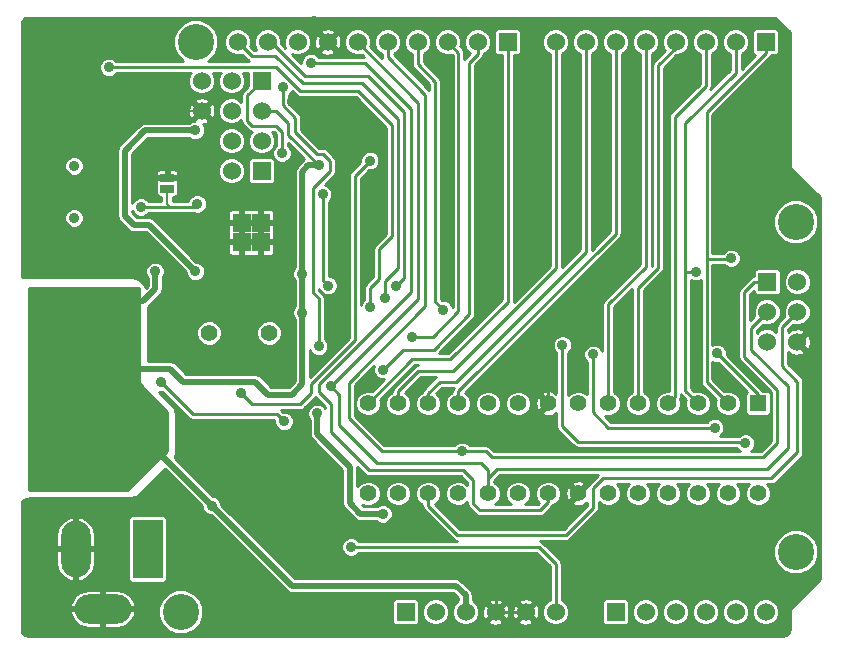
<source format=gbl>
G04 (created by PCBNEW (2013-07-24 BZR 4024)-stable) date Tue 30 Jun 2015 02:25:36 PM NZST*
%MOIN*%
G04 Gerber Fmt 3.4, Leading zero omitted, Abs format*
%FSLAX34Y34*%
G01*
G70*
G90*
G04 APERTURE LIST*
%ADD10C,0.00590551*%
%ADD11R,0.06X0.06*%
%ADD12C,0.06*%
%ADD13C,0.0354*%
%ADD14C,0.056*%
%ADD15C,0.055*%
%ADD16R,0.055X0.055*%
%ADD17O,0.0984252X0.189*%
%ADD18R,0.0984252X0.19685*%
%ADD19O,0.189X0.0984252*%
%ADD20R,0.0629921X0.0629921*%
%ADD21R,0.045X0.025*%
%ADD22C,0.12*%
%ADD23C,0.035*%
%ADD24C,0.02*%
%ADD25C,0.008*%
%ADD26C,0.01*%
G04 APERTURE END LIST*
G54D10*
G54D11*
X18200Y-12300D03*
G54D12*
X18200Y-13300D03*
X17200Y-12300D03*
X17200Y-13300D03*
X16200Y-12300D03*
X16200Y-13300D03*
G54D13*
X11950Y-16866D03*
X11950Y-15134D03*
G54D11*
X18200Y-15300D03*
G54D12*
X17200Y-15300D03*
X18200Y-14300D03*
X17200Y-14300D03*
G54D14*
X16450Y-20700D03*
X18450Y-20700D03*
G54D15*
X33750Y-23050D03*
X32750Y-23050D03*
X31750Y-23050D03*
X30750Y-23050D03*
X29750Y-23050D03*
X28750Y-23050D03*
X27750Y-23050D03*
X26750Y-23050D03*
X25750Y-23050D03*
X24750Y-23050D03*
X23750Y-23050D03*
X22750Y-23050D03*
X21750Y-23050D03*
G54D16*
X34750Y-23050D03*
G54D15*
X21750Y-26050D03*
X22750Y-26050D03*
X23750Y-26050D03*
X24750Y-26050D03*
X25750Y-26050D03*
X26750Y-26050D03*
X27750Y-26050D03*
X28750Y-26050D03*
X29750Y-26050D03*
X30750Y-26050D03*
X31750Y-26050D03*
X32750Y-26050D03*
X33750Y-26050D03*
X34750Y-26050D03*
G54D11*
X35000Y-11000D03*
G54D12*
X34000Y-11000D03*
X33000Y-11000D03*
X32000Y-11000D03*
X31000Y-11000D03*
X30000Y-11000D03*
X29000Y-11000D03*
X28000Y-11000D03*
G54D11*
X30000Y-30000D03*
G54D12*
X31000Y-30000D03*
X32000Y-30000D03*
X33000Y-30000D03*
X34000Y-30000D03*
X35000Y-30000D03*
G54D11*
X26400Y-11000D03*
G54D12*
X25400Y-11000D03*
X24400Y-11000D03*
X23400Y-11000D03*
X22400Y-11000D03*
X21400Y-11000D03*
X20400Y-11000D03*
X19400Y-11000D03*
X18400Y-11000D03*
X17400Y-11000D03*
G54D11*
X35050Y-19000D03*
G54D12*
X36050Y-19000D03*
X35050Y-20000D03*
X36050Y-20000D03*
X35050Y-21000D03*
X36050Y-21000D03*
G54D17*
X12000Y-27900D03*
G54D18*
X14400Y-27900D03*
G54D19*
X12900Y-29900D03*
G54D20*
X17535Y-17664D03*
X17535Y-17035D03*
X18164Y-17664D03*
X18164Y-17035D03*
G54D21*
X15048Y-15520D03*
X15048Y-15895D03*
G54D11*
X23000Y-30000D03*
G54D12*
X24000Y-30000D03*
X25000Y-30000D03*
X26000Y-30000D03*
X27000Y-30000D03*
X28000Y-30000D03*
G54D22*
X16000Y-11000D03*
X15500Y-30000D03*
X36000Y-28000D03*
X36000Y-17000D03*
G54D23*
X20050Y-23385D03*
X22244Y-26732D03*
X20118Y-15118D03*
X15995Y-18650D03*
X15990Y-13950D03*
X19544Y-18725D03*
X19540Y-20020D03*
X13385Y-22637D03*
X16535Y-26456D03*
X14650Y-18650D03*
X12850Y-19650D03*
X12850Y-21600D03*
X10950Y-22600D03*
X10950Y-24200D03*
X11000Y-25650D03*
X11950Y-25350D03*
X12000Y-22950D03*
X13600Y-25700D03*
X13000Y-25100D03*
X13000Y-23250D03*
X33307Y-23858D03*
X29251Y-21417D03*
X22677Y-19133D03*
X22322Y-19527D03*
X28228Y-21102D03*
X34330Y-24370D03*
X33854Y-18212D03*
X32685Y-18660D03*
X22244Y-21929D03*
X33385Y-21377D03*
X21811Y-19842D03*
X13110Y-11850D03*
X23228Y-20826D03*
X18880Y-14710D03*
X18900Y-12510D03*
X20100Y-21150D03*
X19842Y-11692D03*
X20235Y-16080D03*
X20417Y-19121D03*
X21850Y-16000D03*
X14500Y-30600D03*
X10600Y-30500D03*
X10600Y-27100D03*
X16400Y-30669D03*
X35068Y-16654D03*
X35046Y-12100D03*
X34452Y-10362D03*
X27280Y-10340D03*
X19954Y-10290D03*
X10406Y-10399D03*
X35567Y-30587D03*
X36500Y-25800D03*
X25510Y-30600D03*
X21535Y-28543D03*
X18661Y-26338D03*
X20748Y-25393D03*
X10384Y-13391D03*
X32208Y-12100D03*
X31328Y-20900D03*
X29546Y-12056D03*
X27214Y-12034D03*
X25806Y-12012D03*
X28512Y-12078D03*
X30514Y-12056D03*
X29348Y-20152D03*
X30316Y-19932D03*
X30272Y-20922D03*
X24398Y-17446D03*
X24332Y-11990D03*
X28534Y-17336D03*
X29480Y-17292D03*
X27192Y-17402D03*
X25608Y-19910D03*
X25740Y-17424D03*
X22130Y-14400D03*
X21811Y-18622D03*
X13815Y-13350D03*
X10770Y-18510D03*
X15490Y-19770D03*
X13020Y-18510D03*
X30492Y-15862D03*
X16929Y-24173D03*
X15629Y-24173D03*
X28995Y-19200D03*
X19055Y-22322D03*
X19015Y-21259D03*
X24251Y-19921D03*
X24881Y-24645D03*
X18950Y-23650D03*
X14850Y-22350D03*
X17519Y-22716D03*
X21820Y-14960D03*
X16060Y-16400D03*
X14180Y-16500D03*
X20511Y-22480D03*
X21181Y-27834D03*
G54D24*
X20050Y-24065D02*
X20050Y-23385D01*
X20050Y-24065D02*
X21141Y-25157D01*
X21141Y-25157D02*
X21141Y-26377D01*
X21496Y-26732D02*
X22244Y-26732D01*
X21141Y-26377D02*
X21496Y-26732D01*
X14318Y-13950D02*
X15990Y-13950D01*
X13640Y-14628D02*
X14318Y-13950D01*
X13640Y-16790D02*
X13640Y-14628D01*
X13940Y-17090D02*
X13640Y-16790D01*
X14435Y-17090D02*
X13940Y-17090D01*
X14435Y-17090D02*
X15995Y-18650D01*
G54D25*
X19544Y-18725D02*
X19550Y-18725D01*
G54D24*
X19540Y-20020D02*
X19550Y-20020D01*
X13385Y-22637D02*
X13385Y-22204D01*
X13385Y-22204D02*
X13700Y-21889D01*
X13700Y-21889D02*
X15157Y-21889D01*
X15157Y-21889D02*
X15590Y-22322D01*
X15590Y-22322D02*
X17992Y-22322D01*
X17992Y-22322D02*
X18425Y-22755D01*
X18425Y-22755D02*
X19212Y-22755D01*
X19212Y-22755D02*
X19550Y-22418D01*
X19550Y-22418D02*
X19550Y-20020D01*
X19550Y-20020D02*
X19550Y-18725D01*
X19550Y-18725D02*
X19550Y-15331D01*
X19550Y-15331D02*
X19763Y-15118D01*
X19763Y-15118D02*
X20118Y-15118D01*
G54D26*
X18693Y-13300D02*
X18200Y-13300D01*
X20118Y-15118D02*
X19094Y-14094D01*
X19094Y-14094D02*
X19094Y-13700D01*
X19094Y-13700D02*
X18693Y-13300D01*
G54D24*
X16535Y-26456D02*
X13328Y-23250D01*
X13328Y-23250D02*
X13000Y-23250D01*
X19212Y-29133D02*
X16535Y-26456D01*
X12850Y-19650D02*
X14250Y-19650D01*
X14650Y-19250D02*
X14650Y-18650D01*
X14250Y-19650D02*
X14650Y-19250D01*
G54D26*
X12200Y-25100D02*
X13000Y-25100D01*
X11850Y-22600D02*
X12850Y-21600D01*
X10950Y-22600D02*
X11850Y-22600D01*
X10950Y-25600D02*
X10950Y-24200D01*
X11000Y-25650D02*
X10950Y-25600D01*
X12200Y-25100D02*
X11950Y-25350D01*
X12850Y-19650D02*
X12850Y-21600D01*
X13000Y-23250D02*
X13000Y-25100D01*
G54D24*
X22000Y-29133D02*
X19212Y-29133D01*
X22000Y-29133D02*
X22000Y-29141D01*
X22000Y-29141D02*
X22007Y-29133D01*
X22007Y-29133D02*
X24685Y-29133D01*
X24685Y-29133D02*
X25000Y-29448D01*
X25000Y-29448D02*
X25000Y-30000D01*
G54D26*
X21732Y-12125D02*
X22952Y-13346D01*
X22952Y-13346D02*
X22952Y-18858D01*
X22952Y-18858D02*
X22677Y-19133D01*
X18400Y-11000D02*
X18519Y-11000D01*
X29763Y-23858D02*
X33307Y-23858D01*
X29251Y-23346D02*
X29763Y-23858D01*
X29251Y-21417D02*
X29251Y-23346D01*
X18519Y-11000D02*
X19645Y-12125D01*
X19645Y-12125D02*
X21732Y-12125D01*
X21535Y-12362D02*
X22755Y-13582D01*
X17417Y-11000D02*
X17874Y-11456D01*
X17874Y-11456D02*
X18661Y-11456D01*
X18661Y-11456D02*
X19566Y-12362D01*
X19566Y-12362D02*
X21535Y-12362D01*
X28228Y-21102D02*
X28228Y-23818D01*
X28228Y-23818D02*
X28740Y-24330D01*
X28740Y-24330D02*
X34291Y-24330D01*
X34291Y-24330D02*
X34330Y-24370D01*
X17417Y-11000D02*
X17400Y-11000D01*
X22322Y-18976D02*
X22322Y-19527D01*
X22755Y-18543D02*
X22322Y-18976D01*
X22755Y-13582D02*
X22755Y-18543D01*
X33827Y-18239D02*
X33031Y-18239D01*
X33854Y-18212D02*
X33827Y-18239D01*
X33031Y-13346D02*
X35000Y-11377D01*
X33031Y-13346D02*
X33031Y-18239D01*
X33031Y-18239D02*
X33031Y-22331D01*
X33750Y-23050D02*
X33031Y-22331D01*
X35000Y-11377D02*
X35000Y-11000D01*
X32685Y-18660D02*
X32322Y-18660D01*
X34000Y-11000D02*
X34000Y-12024D01*
X32322Y-13701D02*
X32322Y-18660D01*
X34000Y-12024D02*
X32322Y-13701D01*
X32322Y-18660D02*
X32355Y-18660D01*
X32355Y-18660D02*
X32322Y-18660D01*
X32322Y-22622D02*
X32750Y-23050D01*
X32322Y-18660D02*
X32322Y-22622D01*
X31750Y-23050D02*
X31968Y-22831D01*
X33000Y-12474D02*
X33000Y-11000D01*
X31968Y-13505D02*
X33000Y-12474D01*
X31968Y-22831D02*
X31968Y-13505D01*
X32000Y-11000D02*
X32000Y-11188D01*
X30750Y-19190D02*
X30750Y-23050D01*
X31417Y-18523D02*
X30750Y-19190D01*
X31417Y-11771D02*
X31417Y-18523D01*
X32000Y-11188D02*
X31417Y-11771D01*
X31000Y-11000D02*
X31000Y-18500D01*
X29750Y-19750D02*
X29750Y-23050D01*
X31000Y-18500D02*
X29750Y-19750D01*
X24750Y-23050D02*
X24750Y-22651D01*
X30000Y-17401D02*
X30000Y-11000D01*
X24750Y-22651D02*
X30000Y-17401D01*
X23750Y-23050D02*
X23750Y-22706D01*
X29000Y-17995D02*
X29000Y-11000D01*
X24672Y-22322D02*
X29000Y-17995D01*
X24133Y-22322D02*
X24672Y-22322D01*
X23750Y-22706D02*
X24133Y-22322D01*
X22750Y-23050D02*
X22750Y-22643D01*
X28000Y-18547D02*
X28000Y-11000D01*
X24579Y-21968D02*
X28000Y-18547D01*
X23425Y-21968D02*
X24579Y-21968D01*
X22750Y-22643D02*
X23425Y-21968D01*
X26400Y-11000D02*
X26400Y-19664D01*
X21750Y-23053D02*
X21750Y-23050D01*
X23228Y-21574D02*
X21750Y-23053D01*
X24489Y-21574D02*
X23228Y-21574D01*
X26400Y-19664D02*
X24489Y-21574D01*
X25400Y-11000D02*
X25400Y-11411D01*
X22913Y-21259D02*
X22244Y-21929D01*
X23945Y-21259D02*
X22913Y-21259D01*
X25118Y-20086D02*
X23945Y-21259D01*
X25118Y-11692D02*
X25118Y-20086D01*
X25400Y-11411D02*
X25118Y-11692D01*
X34750Y-23050D02*
X34750Y-22742D01*
X34750Y-22742D02*
X33385Y-21377D01*
X22125Y-17913D02*
X22125Y-18897D01*
X21811Y-19212D02*
X21811Y-19842D01*
X22125Y-18897D02*
X21811Y-19212D01*
X22559Y-17480D02*
X22125Y-17913D01*
X22125Y-17913D02*
X22125Y-17913D01*
X22559Y-13779D02*
X22559Y-17480D01*
X21417Y-12637D02*
X22559Y-13779D01*
X19488Y-12637D02*
X21417Y-12637D01*
X18682Y-11832D02*
X19488Y-12637D01*
X13128Y-11832D02*
X18682Y-11832D01*
X13110Y-11850D02*
X13128Y-11832D01*
X24763Y-11363D02*
X24763Y-19973D01*
X23910Y-20826D02*
X23228Y-20826D01*
X24763Y-19973D02*
X23910Y-20826D01*
X24400Y-11000D02*
X24763Y-11363D01*
X24763Y-11363D02*
X24724Y-11324D01*
X17720Y-12780D02*
X18200Y-12300D01*
X17720Y-13640D02*
X17720Y-12780D01*
X17880Y-13800D02*
X17720Y-13640D01*
X18690Y-13800D02*
X17880Y-13800D01*
X18880Y-13990D02*
X18690Y-13800D01*
X18880Y-14710D02*
X18880Y-13990D01*
X19910Y-15877D02*
X19910Y-17340D01*
X19910Y-17340D02*
X19910Y-19350D01*
X19910Y-19350D02*
X19910Y-19380D01*
X19910Y-19380D02*
X20100Y-19550D01*
X20100Y-19550D02*
X20100Y-21150D01*
X20472Y-15314D02*
X20472Y-14960D01*
X20472Y-14960D02*
X20236Y-14724D01*
X20236Y-14724D02*
X20039Y-14724D01*
X20039Y-14724D02*
X19330Y-14015D01*
X19330Y-14015D02*
X19330Y-13543D01*
X19330Y-13543D02*
X18897Y-13110D01*
X18897Y-13110D02*
X18900Y-12510D01*
X20472Y-15314D02*
X19910Y-15877D01*
X19842Y-11692D02*
X21653Y-11692D01*
X27750Y-26344D02*
X27750Y-26050D01*
X27480Y-26614D02*
X27750Y-26344D01*
X25472Y-26614D02*
X27480Y-26614D01*
X25255Y-26397D02*
X25472Y-26614D01*
X25255Y-25610D02*
X25255Y-26397D01*
X24921Y-25275D02*
X25255Y-25610D01*
X21771Y-25275D02*
X24921Y-25275D01*
X20511Y-24015D02*
X21771Y-25275D01*
X20511Y-23070D02*
X20511Y-24015D01*
X20118Y-22677D02*
X20511Y-23070D01*
X20118Y-22401D02*
X20118Y-22677D01*
X23188Y-19330D02*
X20118Y-22401D01*
X23188Y-13228D02*
X23188Y-19330D01*
X21653Y-11692D02*
X23188Y-13228D01*
X20235Y-18939D02*
X20235Y-16080D01*
X20235Y-18939D02*
X20417Y-19121D01*
G54D25*
X21850Y-16000D02*
X22130Y-15586D01*
X22130Y-15586D02*
X22130Y-14400D01*
X10600Y-30500D02*
X10600Y-27100D01*
G54D26*
X16400Y-30669D02*
X16400Y-30700D01*
G54D25*
X34452Y-10362D02*
X27302Y-10362D01*
X27302Y-10362D02*
X27280Y-10340D01*
X15200Y-10290D02*
X10515Y-10290D01*
X15400Y-10190D02*
X15200Y-10290D01*
X16500Y-10190D02*
X15400Y-10190D01*
X16800Y-10290D02*
X16500Y-10190D01*
X19954Y-10290D02*
X16800Y-10290D01*
X10515Y-10290D02*
X10406Y-10399D01*
G54D26*
X26000Y-30000D02*
X27000Y-30000D01*
X26000Y-29188D02*
X26000Y-30000D01*
X25354Y-28543D02*
X26000Y-29188D01*
X21535Y-28543D02*
X25354Y-28543D01*
X18661Y-26338D02*
X20866Y-28543D01*
X19606Y-25393D02*
X18661Y-26338D01*
X20748Y-25393D02*
X19606Y-25393D01*
X20866Y-28543D02*
X21535Y-28543D01*
X32208Y-12100D02*
X31680Y-12628D01*
X31680Y-12628D02*
X31680Y-20548D01*
X31680Y-20548D02*
X31328Y-20900D01*
X28995Y-19799D02*
X28995Y-19200D01*
X29348Y-20152D02*
X28995Y-19799D01*
X30316Y-20878D02*
X30316Y-19932D01*
X30272Y-20922D02*
X30316Y-20878D01*
X24332Y-17380D02*
X24398Y-17446D01*
X24332Y-11990D02*
X24332Y-17380D01*
X25740Y-17424D02*
X25608Y-17556D01*
X25608Y-17556D02*
X25608Y-19910D01*
G54D25*
X21811Y-18622D02*
X21811Y-17801D01*
X22351Y-14621D02*
X22130Y-14400D01*
X22351Y-17262D02*
X22351Y-14621D01*
X21811Y-17801D02*
X22351Y-17262D01*
X16200Y-13300D02*
X13865Y-13300D01*
X13865Y-13300D02*
X13815Y-13350D01*
X13020Y-18510D02*
X10770Y-18510D01*
X15490Y-18660D02*
X15490Y-19770D01*
X15010Y-18180D02*
X15490Y-18660D01*
X13350Y-18180D02*
X15010Y-18180D01*
X13020Y-18510D02*
X13350Y-18180D01*
G54D26*
X28995Y-19200D02*
X30492Y-17703D01*
X30492Y-17703D02*
X30492Y-15862D01*
X16929Y-24173D02*
X15629Y-24173D01*
X27750Y-23050D02*
X27750Y-20445D01*
X27750Y-20445D02*
X28995Y-19200D01*
X19055Y-22322D02*
X19055Y-21299D01*
X19055Y-21299D02*
X19015Y-21259D01*
X23400Y-11000D02*
X23400Y-11740D01*
X23980Y-19649D02*
X24251Y-19921D01*
X23980Y-12320D02*
X23980Y-19649D01*
X23400Y-11740D02*
X23980Y-12320D01*
X35196Y-25551D02*
X36062Y-24685D01*
X23750Y-26466D02*
X24724Y-27440D01*
X24724Y-27440D02*
X28346Y-27440D01*
X28346Y-27440D02*
X29251Y-26535D01*
X29251Y-26535D02*
X29251Y-25866D01*
X29251Y-25866D02*
X29566Y-25551D01*
X29566Y-25551D02*
X35196Y-25551D01*
X36050Y-20000D02*
X35551Y-20498D01*
X23750Y-26466D02*
X23750Y-26050D01*
X35551Y-21811D02*
X35551Y-20498D01*
X36062Y-22322D02*
X35551Y-21811D01*
X36062Y-24685D02*
X36062Y-22322D01*
X24881Y-24645D02*
X25669Y-24645D01*
X34622Y-19000D02*
X35050Y-19000D01*
X34291Y-19330D02*
X34622Y-19000D01*
X34291Y-21496D02*
X34291Y-19330D01*
X35393Y-22598D02*
X34291Y-21496D01*
X35393Y-24370D02*
X35393Y-22598D01*
X34921Y-24842D02*
X35393Y-24370D01*
X25866Y-24842D02*
X34921Y-24842D01*
X25669Y-24645D02*
X25866Y-24842D01*
X21102Y-23543D02*
X22204Y-24645D01*
X22400Y-11494D02*
X23661Y-12755D01*
X23661Y-12755D02*
X23661Y-19803D01*
X23661Y-19803D02*
X21102Y-22362D01*
X21102Y-22362D02*
X21102Y-23543D01*
X22400Y-11000D02*
X22400Y-11494D01*
X22204Y-24645D02*
X24881Y-24645D01*
X18700Y-23400D02*
X18950Y-23650D01*
X15900Y-23400D02*
X18700Y-23400D01*
X14850Y-22350D02*
X15900Y-23400D01*
X19842Y-22401D02*
X21299Y-20944D01*
X21299Y-16173D02*
X21301Y-15479D01*
X17519Y-22716D02*
X17874Y-23070D01*
X17874Y-23070D02*
X19488Y-23070D01*
X19488Y-23070D02*
X19842Y-22716D01*
X19842Y-22716D02*
X19842Y-22401D01*
X21299Y-20944D02*
X21299Y-16173D01*
X21301Y-15479D02*
X21820Y-14960D01*
X16060Y-16400D02*
X15960Y-16500D01*
X15142Y-16492D02*
X15960Y-16500D01*
X14180Y-16500D02*
X15142Y-16492D01*
G54D25*
X15048Y-15895D02*
X15048Y-16398D01*
X15048Y-16398D02*
X15142Y-16492D01*
G54D26*
X25750Y-26050D02*
X25750Y-25549D01*
X34527Y-20522D02*
X35050Y-20000D01*
X34527Y-21259D02*
X34527Y-20522D01*
X35748Y-22480D02*
X34527Y-21259D01*
X35748Y-24527D02*
X35748Y-22480D01*
X35039Y-25236D02*
X35748Y-24527D01*
X26062Y-25236D02*
X35039Y-25236D01*
X25750Y-25549D02*
X26062Y-25236D01*
X21400Y-11000D02*
X23425Y-13025D01*
X23425Y-19566D02*
X20511Y-22480D01*
X23425Y-13025D02*
X23425Y-19566D01*
X21400Y-10966D02*
X21400Y-11000D01*
X25750Y-25277D02*
X25750Y-26050D01*
X20511Y-22480D02*
X20787Y-22755D01*
X20787Y-22755D02*
X20787Y-23779D01*
X20787Y-23779D02*
X22047Y-25039D01*
X22047Y-25039D02*
X25511Y-25039D01*
X25511Y-25039D02*
X25750Y-25277D01*
X28000Y-28393D02*
X28000Y-30000D01*
X27440Y-27834D02*
X28000Y-28393D01*
X21181Y-27834D02*
X27440Y-27834D01*
G54D10*
G36*
X15050Y-24629D02*
X13729Y-25950D01*
X10450Y-25950D01*
X10450Y-19200D01*
X14100Y-19200D01*
X14100Y-22370D01*
X15050Y-23320D01*
X15050Y-24629D01*
X15050Y-24629D01*
G37*
G54D26*
X15050Y-24629D02*
X13729Y-25950D01*
X10450Y-25950D01*
X10450Y-19200D01*
X14100Y-19200D01*
X14100Y-22370D01*
X15050Y-23320D01*
X15050Y-24629D01*
G54D10*
G36*
X22360Y-17398D02*
X21985Y-17773D01*
X21942Y-17837D01*
X21927Y-17913D01*
X21927Y-18815D01*
X21670Y-19072D01*
X21627Y-19136D01*
X21612Y-19212D01*
X21612Y-19583D01*
X21536Y-19659D01*
X21497Y-19753D01*
X21497Y-16173D01*
X21499Y-15562D01*
X21777Y-15283D01*
X21884Y-15283D01*
X22002Y-15234D01*
X22094Y-15143D01*
X22143Y-15024D01*
X22143Y-14895D01*
X22094Y-14777D01*
X22003Y-14685D01*
X21884Y-14636D01*
X21755Y-14636D01*
X21637Y-14685D01*
X21545Y-14776D01*
X21496Y-14895D01*
X21496Y-15003D01*
X21162Y-15338D01*
X21161Y-15339D01*
X21118Y-15403D01*
X21103Y-15479D01*
X21100Y-16172D01*
X21100Y-16172D01*
X21100Y-16173D01*
X21100Y-20862D01*
X19800Y-22163D01*
X19800Y-21270D01*
X19825Y-21332D01*
X19916Y-21424D01*
X20035Y-21473D01*
X20164Y-21473D01*
X20282Y-21424D01*
X20374Y-21333D01*
X20423Y-21214D01*
X20423Y-21085D01*
X20374Y-20967D01*
X20298Y-20890D01*
X20298Y-19550D01*
X20297Y-19544D01*
X20298Y-19538D01*
X20289Y-19505D01*
X20283Y-19474D01*
X20280Y-19469D01*
X20278Y-19463D01*
X20257Y-19436D01*
X20240Y-19409D01*
X20235Y-19406D01*
X20232Y-19402D01*
X20108Y-19291D01*
X20108Y-19221D01*
X20142Y-19303D01*
X20233Y-19395D01*
X20352Y-19444D01*
X20481Y-19444D01*
X20599Y-19395D01*
X20691Y-19304D01*
X20740Y-19185D01*
X20740Y-19056D01*
X20691Y-18938D01*
X20600Y-18846D01*
X20481Y-18797D01*
X20433Y-18797D01*
X20433Y-16338D01*
X20509Y-16263D01*
X20558Y-16144D01*
X20558Y-16015D01*
X20509Y-15897D01*
X20418Y-15805D01*
X20307Y-15760D01*
X20612Y-15455D01*
X20612Y-15455D01*
X20612Y-15455D01*
X20655Y-15390D01*
X20655Y-15390D01*
X20670Y-15314D01*
X20670Y-14960D01*
X20655Y-14884D01*
X20655Y-14884D01*
X20612Y-14820D01*
X20376Y-14584D01*
X20312Y-14541D01*
X20236Y-14525D01*
X20121Y-14525D01*
X19529Y-13933D01*
X19529Y-13543D01*
X19529Y-13543D01*
X19529Y-13543D01*
X19526Y-13528D01*
X19514Y-13467D01*
X19514Y-13467D01*
X19471Y-13402D01*
X19471Y-13402D01*
X19096Y-13028D01*
X19097Y-12770D01*
X19174Y-12693D01*
X19200Y-12630D01*
X19347Y-12778D01*
X19347Y-12778D01*
X19412Y-12821D01*
X19412Y-12821D01*
X19473Y-12833D01*
X19488Y-12836D01*
X19488Y-12836D01*
X19488Y-12836D01*
X21335Y-12836D01*
X22360Y-13861D01*
X22360Y-17398D01*
X22360Y-17398D01*
G37*
G54D26*
X22360Y-17398D02*
X21985Y-17773D01*
X21942Y-17837D01*
X21927Y-17913D01*
X21927Y-18815D01*
X21670Y-19072D01*
X21627Y-19136D01*
X21612Y-19212D01*
X21612Y-19583D01*
X21536Y-19659D01*
X21497Y-19753D01*
X21497Y-16173D01*
X21499Y-15562D01*
X21777Y-15283D01*
X21884Y-15283D01*
X22002Y-15234D01*
X22094Y-15143D01*
X22143Y-15024D01*
X22143Y-14895D01*
X22094Y-14777D01*
X22003Y-14685D01*
X21884Y-14636D01*
X21755Y-14636D01*
X21637Y-14685D01*
X21545Y-14776D01*
X21496Y-14895D01*
X21496Y-15003D01*
X21162Y-15338D01*
X21161Y-15339D01*
X21118Y-15403D01*
X21103Y-15479D01*
X21100Y-16172D01*
X21100Y-16172D01*
X21100Y-16173D01*
X21100Y-20862D01*
X19800Y-22163D01*
X19800Y-21270D01*
X19825Y-21332D01*
X19916Y-21424D01*
X20035Y-21473D01*
X20164Y-21473D01*
X20282Y-21424D01*
X20374Y-21333D01*
X20423Y-21214D01*
X20423Y-21085D01*
X20374Y-20967D01*
X20298Y-20890D01*
X20298Y-19550D01*
X20297Y-19544D01*
X20298Y-19538D01*
X20289Y-19505D01*
X20283Y-19474D01*
X20280Y-19469D01*
X20278Y-19463D01*
X20257Y-19436D01*
X20240Y-19409D01*
X20235Y-19406D01*
X20232Y-19402D01*
X20108Y-19291D01*
X20108Y-19221D01*
X20142Y-19303D01*
X20233Y-19395D01*
X20352Y-19444D01*
X20481Y-19444D01*
X20599Y-19395D01*
X20691Y-19304D01*
X20740Y-19185D01*
X20740Y-19056D01*
X20691Y-18938D01*
X20600Y-18846D01*
X20481Y-18797D01*
X20433Y-18797D01*
X20433Y-16338D01*
X20509Y-16263D01*
X20558Y-16144D01*
X20558Y-16015D01*
X20509Y-15897D01*
X20418Y-15805D01*
X20307Y-15760D01*
X20612Y-15455D01*
X20612Y-15455D01*
X20612Y-15455D01*
X20655Y-15390D01*
X20655Y-15390D01*
X20670Y-15314D01*
X20670Y-14960D01*
X20655Y-14884D01*
X20655Y-14884D01*
X20612Y-14820D01*
X20376Y-14584D01*
X20312Y-14541D01*
X20236Y-14525D01*
X20121Y-14525D01*
X19529Y-13933D01*
X19529Y-13543D01*
X19529Y-13543D01*
X19529Y-13543D01*
X19526Y-13528D01*
X19514Y-13467D01*
X19514Y-13467D01*
X19471Y-13402D01*
X19471Y-13402D01*
X19096Y-13028D01*
X19097Y-12770D01*
X19174Y-12693D01*
X19200Y-12630D01*
X19347Y-12778D01*
X19347Y-12778D01*
X19412Y-12821D01*
X19412Y-12821D01*
X19473Y-12833D01*
X19488Y-12836D01*
X19488Y-12836D01*
X19488Y-12836D01*
X21335Y-12836D01*
X22360Y-13861D01*
X22360Y-17398D01*
G54D10*
G36*
X36801Y-28917D02*
X36748Y-28970D01*
X36748Y-27851D01*
X36748Y-16851D01*
X36634Y-16576D01*
X36424Y-16365D01*
X36149Y-16251D01*
X35851Y-16251D01*
X35576Y-16365D01*
X35448Y-16493D01*
X35448Y-11270D01*
X35448Y-10670D01*
X35425Y-10616D01*
X35384Y-10574D01*
X35329Y-10551D01*
X35270Y-10551D01*
X34670Y-10551D01*
X34616Y-10574D01*
X34574Y-10615D01*
X34551Y-10670D01*
X34551Y-10729D01*
X34551Y-11329D01*
X34574Y-11383D01*
X34615Y-11425D01*
X34655Y-11442D01*
X34198Y-11898D01*
X34198Y-11403D01*
X34253Y-11380D01*
X34379Y-11254D01*
X34448Y-11089D01*
X34448Y-10911D01*
X34380Y-10746D01*
X34254Y-10620D01*
X34089Y-10551D01*
X33911Y-10551D01*
X33746Y-10619D01*
X33620Y-10745D01*
X33551Y-10910D01*
X33551Y-11088D01*
X33619Y-11253D01*
X33745Y-11379D01*
X33801Y-11403D01*
X33801Y-11941D01*
X33162Y-12580D01*
X33183Y-12549D01*
X33183Y-12549D01*
X33198Y-12474D01*
X33198Y-11403D01*
X33253Y-11380D01*
X33379Y-11254D01*
X33448Y-11089D01*
X33448Y-10911D01*
X33380Y-10746D01*
X33254Y-10620D01*
X33089Y-10551D01*
X32911Y-10551D01*
X32746Y-10619D01*
X32620Y-10745D01*
X32551Y-10910D01*
X32551Y-11088D01*
X32619Y-11253D01*
X32745Y-11379D01*
X32801Y-11403D01*
X32801Y-12391D01*
X31828Y-13365D01*
X31785Y-13429D01*
X31770Y-13505D01*
X31770Y-22626D01*
X31666Y-22626D01*
X31510Y-22690D01*
X31391Y-22809D01*
X31326Y-22965D01*
X31326Y-23133D01*
X31390Y-23289D01*
X31509Y-23408D01*
X31665Y-23473D01*
X31833Y-23473D01*
X31989Y-23409D01*
X32108Y-23290D01*
X32173Y-23134D01*
X32173Y-22966D01*
X32150Y-22909D01*
X32151Y-22907D01*
X32151Y-22907D01*
X32166Y-22831D01*
X32166Y-22739D01*
X32182Y-22763D01*
X32343Y-22924D01*
X32326Y-22965D01*
X32326Y-23133D01*
X32390Y-23289D01*
X32509Y-23408D01*
X32665Y-23473D01*
X32833Y-23473D01*
X32989Y-23409D01*
X33108Y-23290D01*
X33173Y-23134D01*
X33173Y-22966D01*
X33109Y-22810D01*
X32990Y-22691D01*
X32834Y-22626D01*
X32666Y-22626D01*
X32624Y-22643D01*
X32521Y-22540D01*
X32521Y-18942D01*
X32620Y-18983D01*
X32749Y-18983D01*
X32833Y-18948D01*
X32833Y-22331D01*
X32848Y-22407D01*
X32891Y-22471D01*
X33343Y-22924D01*
X33326Y-22965D01*
X33326Y-23133D01*
X33390Y-23289D01*
X33509Y-23408D01*
X33665Y-23473D01*
X33833Y-23473D01*
X33989Y-23409D01*
X34108Y-23290D01*
X34173Y-23134D01*
X34173Y-22966D01*
X34109Y-22810D01*
X33990Y-22691D01*
X33834Y-22626D01*
X33666Y-22626D01*
X33624Y-22643D01*
X33229Y-22249D01*
X33229Y-21663D01*
X33321Y-21701D01*
X33428Y-21701D01*
X34383Y-22656D01*
X34349Y-22690D01*
X34326Y-22745D01*
X34326Y-22804D01*
X34326Y-23354D01*
X34349Y-23408D01*
X34390Y-23450D01*
X34445Y-23473D01*
X34504Y-23473D01*
X35054Y-23473D01*
X35108Y-23450D01*
X35150Y-23409D01*
X35173Y-23354D01*
X35173Y-23295D01*
X35173Y-22745D01*
X35150Y-22691D01*
X35109Y-22649D01*
X35054Y-22626D01*
X34995Y-22626D01*
X34906Y-22626D01*
X34890Y-22601D01*
X34890Y-22601D01*
X33709Y-21420D01*
X33709Y-21313D01*
X33660Y-21194D01*
X33569Y-21103D01*
X33450Y-21054D01*
X33321Y-21054D01*
X33229Y-21092D01*
X33229Y-18437D01*
X33622Y-18437D01*
X33670Y-18486D01*
X33789Y-18535D01*
X33918Y-18535D01*
X34036Y-18486D01*
X34128Y-18395D01*
X34177Y-18276D01*
X34177Y-18147D01*
X34128Y-18029D01*
X34037Y-17937D01*
X33918Y-17888D01*
X33789Y-17888D01*
X33671Y-17937D01*
X33579Y-18028D01*
X33574Y-18040D01*
X33229Y-18040D01*
X33229Y-13428D01*
X35140Y-11518D01*
X35140Y-11518D01*
X35140Y-11518D01*
X35183Y-11453D01*
X35183Y-11453D01*
X35184Y-11448D01*
X35329Y-11448D01*
X35383Y-11425D01*
X35425Y-11384D01*
X35448Y-11329D01*
X35448Y-11270D01*
X35448Y-16493D01*
X35365Y-16575D01*
X35251Y-16850D01*
X35251Y-17148D01*
X35365Y-17423D01*
X35575Y-17634D01*
X35850Y-17748D01*
X36148Y-17748D01*
X36423Y-17634D01*
X36634Y-17424D01*
X36748Y-17149D01*
X36748Y-16851D01*
X36748Y-27851D01*
X36634Y-27576D01*
X36505Y-27446D01*
X36505Y-21057D01*
X36500Y-20985D01*
X36500Y-18910D01*
X36431Y-18745D01*
X36305Y-18618D01*
X36139Y-18550D01*
X35960Y-18549D01*
X35795Y-18618D01*
X35668Y-18744D01*
X35600Y-18910D01*
X35599Y-19089D01*
X35668Y-19254D01*
X35794Y-19381D01*
X35960Y-19449D01*
X36139Y-19450D01*
X36304Y-19381D01*
X36431Y-19255D01*
X36499Y-19089D01*
X36500Y-18910D01*
X36500Y-20985D01*
X36492Y-20879D01*
X36448Y-20772D01*
X36381Y-20739D01*
X36310Y-20810D01*
X36120Y-21000D01*
X36381Y-21260D01*
X36448Y-21227D01*
X36505Y-21057D01*
X36505Y-27446D01*
X36424Y-27365D01*
X36310Y-27318D01*
X36149Y-27251D01*
X35851Y-27251D01*
X35576Y-27365D01*
X35365Y-27575D01*
X35251Y-27850D01*
X35251Y-28148D01*
X35365Y-28423D01*
X35575Y-28634D01*
X35850Y-28748D01*
X36148Y-28748D01*
X36423Y-28634D01*
X36634Y-28424D01*
X36748Y-28149D01*
X36748Y-27851D01*
X36748Y-28970D01*
X35859Y-29859D01*
X35816Y-29924D01*
X35801Y-30000D01*
X35801Y-30579D01*
X35782Y-30675D01*
X35740Y-30739D01*
X35675Y-30782D01*
X35580Y-30801D01*
X35448Y-30801D01*
X35448Y-29911D01*
X35380Y-29746D01*
X35254Y-29620D01*
X35089Y-29551D01*
X34911Y-29551D01*
X34746Y-29619D01*
X34620Y-29745D01*
X34551Y-29910D01*
X34551Y-30088D01*
X34619Y-30253D01*
X34745Y-30379D01*
X34910Y-30448D01*
X35088Y-30448D01*
X35253Y-30380D01*
X35379Y-30254D01*
X35448Y-30089D01*
X35448Y-29911D01*
X35448Y-30801D01*
X34448Y-30801D01*
X34448Y-29911D01*
X34380Y-29746D01*
X34254Y-29620D01*
X34089Y-29551D01*
X33911Y-29551D01*
X33746Y-29619D01*
X33620Y-29745D01*
X33551Y-29910D01*
X33551Y-30088D01*
X33619Y-30253D01*
X33745Y-30379D01*
X33910Y-30448D01*
X34088Y-30448D01*
X34253Y-30380D01*
X34379Y-30254D01*
X34448Y-30089D01*
X34448Y-29911D01*
X34448Y-30801D01*
X33448Y-30801D01*
X33448Y-29911D01*
X33380Y-29746D01*
X33254Y-29620D01*
X33089Y-29551D01*
X32911Y-29551D01*
X32746Y-29619D01*
X32620Y-29745D01*
X32551Y-29910D01*
X32551Y-30088D01*
X32619Y-30253D01*
X32745Y-30379D01*
X32910Y-30448D01*
X33088Y-30448D01*
X33253Y-30380D01*
X33379Y-30254D01*
X33448Y-30089D01*
X33448Y-29911D01*
X33448Y-30801D01*
X32448Y-30801D01*
X32448Y-29911D01*
X32380Y-29746D01*
X32254Y-29620D01*
X32089Y-29551D01*
X31911Y-29551D01*
X31746Y-29619D01*
X31620Y-29745D01*
X31551Y-29910D01*
X31551Y-30088D01*
X31619Y-30253D01*
X31745Y-30379D01*
X31910Y-30448D01*
X32088Y-30448D01*
X32253Y-30380D01*
X32379Y-30254D01*
X32448Y-30089D01*
X32448Y-29911D01*
X32448Y-30801D01*
X31448Y-30801D01*
X31448Y-29911D01*
X31380Y-29746D01*
X31254Y-29620D01*
X31089Y-29551D01*
X30911Y-29551D01*
X30746Y-29619D01*
X30620Y-29745D01*
X30551Y-29910D01*
X30551Y-30088D01*
X30619Y-30253D01*
X30745Y-30379D01*
X30910Y-30448D01*
X31088Y-30448D01*
X31253Y-30380D01*
X31379Y-30254D01*
X31448Y-30089D01*
X31448Y-29911D01*
X31448Y-30801D01*
X30448Y-30801D01*
X30448Y-30270D01*
X30448Y-29670D01*
X30425Y-29616D01*
X30384Y-29574D01*
X30329Y-29551D01*
X30270Y-29551D01*
X29670Y-29551D01*
X29616Y-29574D01*
X29574Y-29615D01*
X29551Y-29670D01*
X29551Y-29729D01*
X29551Y-30329D01*
X29574Y-30383D01*
X29615Y-30425D01*
X29670Y-30448D01*
X29729Y-30448D01*
X30329Y-30448D01*
X30383Y-30425D01*
X30425Y-30384D01*
X30448Y-30329D01*
X30448Y-30270D01*
X30448Y-30801D01*
X27455Y-30801D01*
X27455Y-30057D01*
X27442Y-29879D01*
X27398Y-29772D01*
X27331Y-29739D01*
X27260Y-29810D01*
X27260Y-29668D01*
X27227Y-29601D01*
X27057Y-29544D01*
X26879Y-29557D01*
X26772Y-29601D01*
X26739Y-29668D01*
X27000Y-29929D01*
X27260Y-29668D01*
X27260Y-29810D01*
X27070Y-30000D01*
X27331Y-30260D01*
X27398Y-30227D01*
X27455Y-30057D01*
X27455Y-30801D01*
X27260Y-30801D01*
X27260Y-30331D01*
X27000Y-30070D01*
X26929Y-30141D01*
X26929Y-30000D01*
X26668Y-29739D01*
X26601Y-29772D01*
X26544Y-29942D01*
X26557Y-30120D01*
X26601Y-30227D01*
X26668Y-30260D01*
X26929Y-30000D01*
X26929Y-30141D01*
X26739Y-30331D01*
X26772Y-30398D01*
X26942Y-30455D01*
X27120Y-30442D01*
X27227Y-30398D01*
X27260Y-30331D01*
X27260Y-30801D01*
X26455Y-30801D01*
X26455Y-30057D01*
X26442Y-29879D01*
X26398Y-29772D01*
X26331Y-29739D01*
X26260Y-29810D01*
X26260Y-29668D01*
X26227Y-29601D01*
X26057Y-29544D01*
X25879Y-29557D01*
X25772Y-29601D01*
X25739Y-29668D01*
X26000Y-29929D01*
X26260Y-29668D01*
X26260Y-29810D01*
X26070Y-30000D01*
X26331Y-30260D01*
X26398Y-30227D01*
X26455Y-30057D01*
X26455Y-30801D01*
X26260Y-30801D01*
X26260Y-30331D01*
X26000Y-30070D01*
X25929Y-30141D01*
X25929Y-30000D01*
X25668Y-29739D01*
X25601Y-29772D01*
X25544Y-29942D01*
X25557Y-30120D01*
X25601Y-30227D01*
X25668Y-30260D01*
X25929Y-30000D01*
X25929Y-30141D01*
X25739Y-30331D01*
X25772Y-30398D01*
X25942Y-30455D01*
X26120Y-30442D01*
X26227Y-30398D01*
X26260Y-30331D01*
X26260Y-30801D01*
X24450Y-30801D01*
X24450Y-29910D01*
X24381Y-29745D01*
X24255Y-29618D01*
X24089Y-29550D01*
X23910Y-29549D01*
X23745Y-29618D01*
X23618Y-29744D01*
X23550Y-29910D01*
X23549Y-30089D01*
X23618Y-30254D01*
X23744Y-30381D01*
X23910Y-30449D01*
X24089Y-30450D01*
X24254Y-30381D01*
X24381Y-30255D01*
X24449Y-30089D01*
X24450Y-29910D01*
X24450Y-30801D01*
X23448Y-30801D01*
X23448Y-30270D01*
X23448Y-29670D01*
X23425Y-29616D01*
X23384Y-29574D01*
X23329Y-29551D01*
X23270Y-29551D01*
X22670Y-29551D01*
X22616Y-29574D01*
X22574Y-29615D01*
X22551Y-29670D01*
X22551Y-29729D01*
X22551Y-30329D01*
X22574Y-30383D01*
X22615Y-30425D01*
X22670Y-30448D01*
X22729Y-30448D01*
X23329Y-30448D01*
X23383Y-30425D01*
X23425Y-30384D01*
X23448Y-30329D01*
X23448Y-30270D01*
X23448Y-30801D01*
X16248Y-30801D01*
X16248Y-29851D01*
X16134Y-29576D01*
X15924Y-29365D01*
X15649Y-29251D01*
X15351Y-29251D01*
X15076Y-29365D01*
X15040Y-29401D01*
X15040Y-28854D01*
X15040Y-26886D01*
X15018Y-26831D01*
X14976Y-26789D01*
X14921Y-26767D01*
X14862Y-26767D01*
X13878Y-26767D01*
X13823Y-26789D01*
X13782Y-26831D01*
X13759Y-26886D01*
X13759Y-26945D01*
X13759Y-28913D01*
X13781Y-28968D01*
X13823Y-29010D01*
X13878Y-29032D01*
X13937Y-29032D01*
X14921Y-29032D01*
X14976Y-29010D01*
X15017Y-28968D01*
X15040Y-28913D01*
X15040Y-28854D01*
X15040Y-29401D01*
X14865Y-29575D01*
X14751Y-29850D01*
X14751Y-30148D01*
X14865Y-30423D01*
X15075Y-30634D01*
X15350Y-30748D01*
X15648Y-30748D01*
X15923Y-30634D01*
X16134Y-30424D01*
X16248Y-30149D01*
X16248Y-29851D01*
X16248Y-30801D01*
X13977Y-30801D01*
X13977Y-30049D01*
X13977Y-29750D01*
X13965Y-29700D01*
X13842Y-29481D01*
X13644Y-29325D01*
X13402Y-29257D01*
X12950Y-29257D01*
X12950Y-29850D01*
X13955Y-29850D01*
X13977Y-29750D01*
X13977Y-30049D01*
X13955Y-29950D01*
X12950Y-29950D01*
X12950Y-30542D01*
X13402Y-30542D01*
X13644Y-30474D01*
X13842Y-30318D01*
X13965Y-30099D01*
X13977Y-30049D01*
X13977Y-30801D01*
X12850Y-30801D01*
X12850Y-30542D01*
X12850Y-29950D01*
X12850Y-29850D01*
X12850Y-29257D01*
X12642Y-29257D01*
X12642Y-28402D01*
X12642Y-27950D01*
X12642Y-27850D01*
X12642Y-27397D01*
X12574Y-27155D01*
X12418Y-26957D01*
X12199Y-26834D01*
X12149Y-26822D01*
X12050Y-26844D01*
X12050Y-27850D01*
X12642Y-27850D01*
X12642Y-27950D01*
X12050Y-27950D01*
X12050Y-28955D01*
X12149Y-28977D01*
X12199Y-28965D01*
X12418Y-28842D01*
X12574Y-28644D01*
X12642Y-28402D01*
X12642Y-29257D01*
X12397Y-29257D01*
X12155Y-29325D01*
X11957Y-29481D01*
X11950Y-29495D01*
X11950Y-28955D01*
X11950Y-27950D01*
X11950Y-27850D01*
X11950Y-26844D01*
X11850Y-26822D01*
X11800Y-26834D01*
X11581Y-26957D01*
X11425Y-27155D01*
X11357Y-27397D01*
X11357Y-27850D01*
X11950Y-27850D01*
X11950Y-27950D01*
X11357Y-27950D01*
X11357Y-28402D01*
X11425Y-28644D01*
X11581Y-28842D01*
X11800Y-28965D01*
X11850Y-28977D01*
X11950Y-28955D01*
X11950Y-29495D01*
X11834Y-29700D01*
X11822Y-29750D01*
X11844Y-29850D01*
X12850Y-29850D01*
X12850Y-29950D01*
X11844Y-29950D01*
X11822Y-30049D01*
X11834Y-30099D01*
X11957Y-30318D01*
X12155Y-30474D01*
X12397Y-30542D01*
X12850Y-30542D01*
X12850Y-30801D01*
X10420Y-30801D01*
X10324Y-30782D01*
X10260Y-30740D01*
X10217Y-30675D01*
X10198Y-30580D01*
X10198Y-26323D01*
X10235Y-26286D01*
X10361Y-26222D01*
X10503Y-26200D01*
X13797Y-26200D01*
X14003Y-26159D01*
X14178Y-26042D01*
X14972Y-25247D01*
X16210Y-26485D01*
X16210Y-26521D01*
X16259Y-26640D01*
X16351Y-26732D01*
X16470Y-26781D01*
X16506Y-26781D01*
X19035Y-29310D01*
X19116Y-29364D01*
X19212Y-29383D01*
X21960Y-29383D01*
X22000Y-29391D01*
X22039Y-29383D01*
X24581Y-29383D01*
X24750Y-29552D01*
X24750Y-29616D01*
X24745Y-29618D01*
X24618Y-29744D01*
X24550Y-29910D01*
X24549Y-30089D01*
X24618Y-30254D01*
X24744Y-30381D01*
X24910Y-30449D01*
X25089Y-30450D01*
X25254Y-30381D01*
X25381Y-30255D01*
X25449Y-30089D01*
X25450Y-29910D01*
X25381Y-29745D01*
X25255Y-29618D01*
X25250Y-29616D01*
X25250Y-29448D01*
X25249Y-29448D01*
X25250Y-29448D01*
X25246Y-29429D01*
X25230Y-29353D01*
X25230Y-29353D01*
X25176Y-29272D01*
X25176Y-29272D01*
X24861Y-28957D01*
X24780Y-28902D01*
X24685Y-28883D01*
X22007Y-28883D01*
X22003Y-28884D01*
X22003Y-28884D01*
X22000Y-28883D01*
X19316Y-28883D01*
X16860Y-26428D01*
X16860Y-26392D01*
X16811Y-26272D01*
X16719Y-26181D01*
X16600Y-26131D01*
X16564Y-26131D01*
X15299Y-24867D01*
X15309Y-24853D01*
X15350Y-24647D01*
X15350Y-23452D01*
X15309Y-23246D01*
X15192Y-23071D01*
X14794Y-22673D01*
X14892Y-22673D01*
X15759Y-23540D01*
X15759Y-23540D01*
X15824Y-23583D01*
X15824Y-23583D01*
X15900Y-23598D01*
X18617Y-23598D01*
X18626Y-23607D01*
X18626Y-23714D01*
X18675Y-23832D01*
X18766Y-23924D01*
X18885Y-23973D01*
X19014Y-23973D01*
X19132Y-23924D01*
X19224Y-23833D01*
X19273Y-23714D01*
X19273Y-23585D01*
X19224Y-23467D01*
X19133Y-23375D01*
X19014Y-23326D01*
X18907Y-23326D01*
X18849Y-23269D01*
X19488Y-23269D01*
X19564Y-23254D01*
X19564Y-23254D01*
X19628Y-23211D01*
X19982Y-22856D01*
X19996Y-22836D01*
X20313Y-23153D01*
X20313Y-23189D01*
X20234Y-23110D01*
X20114Y-23060D01*
X19985Y-23060D01*
X19866Y-23110D01*
X19774Y-23201D01*
X19725Y-23320D01*
X19724Y-23450D01*
X19774Y-23569D01*
X19800Y-23595D01*
X19800Y-24065D01*
X19819Y-24161D01*
X19873Y-24242D01*
X20891Y-25261D01*
X20891Y-26377D01*
X20910Y-26473D01*
X20964Y-26554D01*
X21319Y-26909D01*
X21400Y-26963D01*
X21496Y-26982D01*
X22034Y-26982D01*
X22059Y-27007D01*
X22179Y-27057D01*
X22308Y-27057D01*
X22427Y-27007D01*
X22519Y-26916D01*
X22569Y-26797D01*
X22569Y-26667D01*
X22519Y-26548D01*
X22428Y-26456D01*
X22309Y-26407D01*
X22179Y-26407D01*
X22060Y-26456D01*
X22034Y-26482D01*
X21599Y-26482D01*
X21537Y-26420D01*
X21665Y-26473D01*
X21833Y-26473D01*
X21989Y-26409D01*
X22108Y-26290D01*
X22173Y-26134D01*
X22173Y-25966D01*
X22109Y-25810D01*
X21990Y-25691D01*
X21834Y-25626D01*
X21666Y-25626D01*
X21510Y-25690D01*
X21391Y-25809D01*
X21391Y-25176D01*
X21631Y-25415D01*
X21695Y-25458D01*
X21695Y-25458D01*
X21771Y-25474D01*
X24839Y-25474D01*
X25057Y-25692D01*
X25057Y-25758D01*
X24990Y-25691D01*
X24834Y-25626D01*
X24666Y-25626D01*
X24510Y-25690D01*
X24391Y-25809D01*
X24326Y-25965D01*
X24326Y-26133D01*
X24390Y-26289D01*
X24509Y-26408D01*
X24665Y-26473D01*
X24833Y-26473D01*
X24989Y-26409D01*
X25057Y-26341D01*
X25057Y-26397D01*
X25072Y-26473D01*
X25115Y-26537D01*
X25332Y-26754D01*
X25332Y-26754D01*
X25396Y-26797D01*
X25396Y-26797D01*
X25472Y-26812D01*
X27480Y-26812D01*
X27556Y-26797D01*
X27556Y-26797D01*
X27620Y-26754D01*
X27890Y-26484D01*
X27922Y-26436D01*
X27922Y-26436D01*
X27989Y-26409D01*
X28108Y-26290D01*
X28173Y-26134D01*
X28173Y-25966D01*
X28109Y-25810D01*
X27990Y-25691D01*
X27834Y-25626D01*
X27666Y-25626D01*
X27510Y-25690D01*
X27391Y-25809D01*
X27326Y-25965D01*
X27326Y-26133D01*
X27390Y-26289D01*
X27457Y-26356D01*
X27398Y-26415D01*
X26977Y-26415D01*
X26990Y-26410D01*
X27110Y-26291D01*
X27174Y-26134D01*
X27175Y-25965D01*
X27110Y-25809D01*
X26991Y-25689D01*
X26834Y-25625D01*
X26665Y-25624D01*
X26509Y-25689D01*
X26389Y-25808D01*
X26325Y-25965D01*
X26324Y-26134D01*
X26389Y-26290D01*
X26508Y-26410D01*
X26522Y-26415D01*
X25973Y-26415D01*
X25989Y-26409D01*
X26108Y-26290D01*
X26173Y-26134D01*
X26173Y-25966D01*
X26109Y-25810D01*
X25990Y-25691D01*
X25948Y-25673D01*
X25948Y-25631D01*
X26145Y-25434D01*
X29402Y-25434D01*
X29111Y-25725D01*
X29068Y-25790D01*
X29064Y-25808D01*
X29063Y-25807D01*
X28992Y-25878D01*
X28992Y-25736D01*
X28962Y-25672D01*
X28801Y-25619D01*
X28633Y-25632D01*
X28537Y-25672D01*
X28507Y-25736D01*
X28750Y-25979D01*
X28992Y-25736D01*
X28992Y-25878D01*
X28820Y-26050D01*
X28826Y-26055D01*
X28755Y-26126D01*
X28750Y-26120D01*
X28679Y-26191D01*
X28679Y-26050D01*
X28436Y-25807D01*
X28372Y-25837D01*
X28319Y-25998D01*
X28332Y-26166D01*
X28372Y-26262D01*
X28436Y-26292D01*
X28679Y-26050D01*
X28679Y-26191D01*
X28507Y-26363D01*
X28537Y-26427D01*
X28698Y-26480D01*
X28866Y-26467D01*
X28962Y-26427D01*
X28992Y-26363D01*
X28992Y-26363D01*
X29020Y-26391D01*
X29053Y-26357D01*
X29053Y-26453D01*
X28992Y-26514D01*
X28264Y-27242D01*
X24806Y-27242D01*
X23978Y-26413D01*
X23989Y-26409D01*
X24108Y-26290D01*
X24173Y-26134D01*
X24173Y-25966D01*
X24109Y-25810D01*
X23990Y-25691D01*
X23834Y-25626D01*
X23666Y-25626D01*
X23510Y-25690D01*
X23391Y-25809D01*
X23326Y-25965D01*
X23326Y-26133D01*
X23390Y-26289D01*
X23509Y-26408D01*
X23551Y-26426D01*
X23551Y-26466D01*
X23566Y-26542D01*
X23609Y-26606D01*
X24584Y-27581D01*
X24584Y-27581D01*
X24648Y-27624D01*
X24648Y-27624D01*
X24700Y-27634D01*
X23173Y-27634D01*
X23173Y-25966D01*
X23109Y-25810D01*
X22990Y-25691D01*
X22834Y-25626D01*
X22666Y-25626D01*
X22510Y-25690D01*
X22391Y-25809D01*
X22326Y-25965D01*
X22326Y-26133D01*
X22390Y-26289D01*
X22509Y-26408D01*
X22665Y-26473D01*
X22833Y-26473D01*
X22989Y-26409D01*
X23108Y-26290D01*
X23173Y-26134D01*
X23173Y-25966D01*
X23173Y-27634D01*
X21440Y-27634D01*
X21365Y-27559D01*
X21246Y-27509D01*
X21116Y-27509D01*
X20997Y-27558D01*
X20905Y-27650D01*
X20856Y-27769D01*
X20856Y-27899D01*
X20905Y-28018D01*
X20996Y-28110D01*
X21116Y-28159D01*
X21245Y-28159D01*
X21364Y-28110D01*
X21440Y-28034D01*
X27358Y-28034D01*
X27800Y-28476D01*
X27800Y-29595D01*
X27745Y-29618D01*
X27618Y-29744D01*
X27550Y-29910D01*
X27549Y-30089D01*
X27618Y-30254D01*
X27744Y-30381D01*
X27910Y-30449D01*
X28089Y-30450D01*
X28254Y-30381D01*
X28381Y-30255D01*
X28449Y-30089D01*
X28450Y-29910D01*
X28381Y-29745D01*
X28255Y-29618D01*
X28200Y-29595D01*
X28200Y-28393D01*
X28187Y-28329D01*
X28184Y-28317D01*
X28184Y-28317D01*
X28141Y-28252D01*
X27582Y-27693D01*
X27517Y-27649D01*
X27464Y-27639D01*
X28346Y-27639D01*
X28422Y-27624D01*
X28422Y-27624D01*
X28486Y-27581D01*
X29392Y-26675D01*
X29435Y-26611D01*
X29435Y-26611D01*
X29450Y-26535D01*
X29450Y-26349D01*
X29509Y-26408D01*
X29665Y-26473D01*
X29833Y-26473D01*
X29989Y-26409D01*
X30108Y-26290D01*
X30173Y-26134D01*
X30173Y-25966D01*
X30109Y-25810D01*
X30048Y-25749D01*
X30451Y-25749D01*
X30391Y-25809D01*
X30326Y-25965D01*
X30326Y-26133D01*
X30390Y-26289D01*
X30509Y-26408D01*
X30665Y-26473D01*
X30833Y-26473D01*
X30989Y-26409D01*
X31108Y-26290D01*
X31173Y-26134D01*
X31173Y-25966D01*
X31109Y-25810D01*
X31048Y-25749D01*
X31451Y-25749D01*
X31391Y-25809D01*
X31326Y-25965D01*
X31326Y-26133D01*
X31390Y-26289D01*
X31509Y-26408D01*
X31665Y-26473D01*
X31833Y-26473D01*
X31989Y-26409D01*
X32108Y-26290D01*
X32173Y-26134D01*
X32173Y-25966D01*
X32109Y-25810D01*
X32048Y-25749D01*
X32451Y-25749D01*
X32391Y-25809D01*
X32326Y-25965D01*
X32326Y-26133D01*
X32390Y-26289D01*
X32509Y-26408D01*
X32665Y-26473D01*
X32833Y-26473D01*
X32989Y-26409D01*
X33108Y-26290D01*
X33173Y-26134D01*
X33173Y-25966D01*
X33109Y-25810D01*
X33048Y-25749D01*
X33451Y-25749D01*
X33391Y-25809D01*
X33326Y-25965D01*
X33326Y-26133D01*
X33390Y-26289D01*
X33509Y-26408D01*
X33665Y-26473D01*
X33833Y-26473D01*
X33989Y-26409D01*
X34108Y-26290D01*
X34173Y-26134D01*
X34173Y-25966D01*
X34109Y-25810D01*
X34048Y-25749D01*
X34451Y-25749D01*
X34391Y-25809D01*
X34326Y-25965D01*
X34326Y-26133D01*
X34390Y-26289D01*
X34509Y-26408D01*
X34665Y-26473D01*
X34833Y-26473D01*
X34989Y-26409D01*
X35108Y-26290D01*
X35173Y-26134D01*
X35173Y-25966D01*
X35109Y-25810D01*
X35048Y-25749D01*
X35196Y-25749D01*
X35272Y-25734D01*
X35272Y-25734D01*
X35337Y-25691D01*
X36203Y-24825D01*
X36203Y-24825D01*
X36203Y-24825D01*
X36246Y-24760D01*
X36246Y-24760D01*
X36258Y-24700D01*
X36261Y-24685D01*
X36261Y-24685D01*
X36261Y-24685D01*
X36261Y-22322D01*
X36246Y-22246D01*
X36246Y-22246D01*
X36203Y-22182D01*
X36203Y-22182D01*
X35749Y-21728D01*
X35749Y-21347D01*
X35761Y-21359D01*
X35789Y-21331D01*
X35822Y-21398D01*
X35992Y-21455D01*
X36170Y-21442D01*
X36277Y-21398D01*
X36310Y-21331D01*
X36050Y-21070D01*
X36044Y-21076D01*
X35973Y-21005D01*
X35979Y-21000D01*
X35973Y-20994D01*
X36044Y-20923D01*
X36050Y-20929D01*
X36310Y-20668D01*
X36277Y-20601D01*
X36107Y-20544D01*
X35929Y-20557D01*
X35822Y-20601D01*
X35789Y-20668D01*
X35761Y-20640D01*
X35749Y-20652D01*
X35749Y-20581D01*
X35905Y-20425D01*
X35960Y-20448D01*
X36138Y-20448D01*
X36303Y-20380D01*
X36429Y-20254D01*
X36498Y-20089D01*
X36498Y-19911D01*
X36430Y-19746D01*
X36304Y-19620D01*
X36139Y-19551D01*
X35961Y-19551D01*
X35796Y-19619D01*
X35670Y-19745D01*
X35601Y-19910D01*
X35601Y-20088D01*
X35624Y-20144D01*
X35410Y-20358D01*
X35367Y-20422D01*
X35352Y-20498D01*
X35352Y-20668D01*
X35304Y-20620D01*
X35139Y-20551D01*
X34961Y-20551D01*
X34796Y-20619D01*
X34725Y-20689D01*
X34725Y-20604D01*
X34905Y-20425D01*
X34960Y-20448D01*
X35138Y-20448D01*
X35303Y-20380D01*
X35429Y-20254D01*
X35498Y-20089D01*
X35498Y-19911D01*
X35430Y-19746D01*
X35304Y-19620D01*
X35139Y-19551D01*
X34961Y-19551D01*
X34796Y-19619D01*
X34670Y-19745D01*
X34601Y-19910D01*
X34601Y-20088D01*
X34624Y-20144D01*
X34489Y-20279D01*
X34489Y-19412D01*
X34601Y-19301D01*
X34601Y-19329D01*
X34624Y-19383D01*
X34665Y-19425D01*
X34720Y-19448D01*
X34779Y-19448D01*
X35379Y-19448D01*
X35433Y-19425D01*
X35475Y-19384D01*
X35498Y-19329D01*
X35498Y-19270D01*
X35498Y-18670D01*
X35475Y-18616D01*
X35434Y-18574D01*
X35379Y-18551D01*
X35320Y-18551D01*
X34720Y-18551D01*
X34666Y-18574D01*
X34624Y-18615D01*
X34601Y-18670D01*
X34601Y-18729D01*
X34601Y-18805D01*
X34546Y-18816D01*
X34481Y-18859D01*
X34151Y-19190D01*
X34108Y-19254D01*
X34092Y-19330D01*
X34092Y-21496D01*
X34108Y-21571D01*
X34151Y-21636D01*
X35195Y-22680D01*
X35195Y-24287D01*
X34839Y-24644D01*
X34514Y-24644D01*
X34604Y-24553D01*
X34654Y-24434D01*
X34654Y-24306D01*
X34605Y-24187D01*
X34514Y-24096D01*
X34395Y-24046D01*
X34266Y-24046D01*
X34147Y-24095D01*
X34111Y-24132D01*
X33490Y-24132D01*
X33581Y-24041D01*
X33630Y-23922D01*
X33630Y-23794D01*
X33581Y-23675D01*
X33490Y-23584D01*
X33371Y-23534D01*
X33243Y-23534D01*
X33124Y-23583D01*
X33048Y-23659D01*
X29845Y-23659D01*
X29655Y-23469D01*
X29665Y-23473D01*
X29833Y-23473D01*
X29989Y-23409D01*
X30108Y-23290D01*
X30173Y-23134D01*
X30173Y-22966D01*
X30109Y-22810D01*
X29990Y-22691D01*
X29948Y-22673D01*
X29948Y-19832D01*
X30551Y-19229D01*
X30551Y-22673D01*
X30510Y-22690D01*
X30391Y-22809D01*
X30326Y-22965D01*
X30326Y-23133D01*
X30390Y-23289D01*
X30509Y-23408D01*
X30665Y-23473D01*
X30833Y-23473D01*
X30989Y-23409D01*
X31108Y-23290D01*
X31173Y-23134D01*
X31173Y-22966D01*
X31109Y-22810D01*
X30990Y-22691D01*
X30948Y-22673D01*
X30948Y-19273D01*
X31557Y-18663D01*
X31557Y-18663D01*
X31557Y-18663D01*
X31600Y-18599D01*
X31600Y-18599D01*
X31612Y-18538D01*
X31615Y-18523D01*
X31615Y-18523D01*
X31615Y-18523D01*
X31615Y-11853D01*
X32021Y-11448D01*
X32088Y-11448D01*
X32253Y-11380D01*
X32379Y-11254D01*
X32448Y-11089D01*
X32448Y-10911D01*
X32380Y-10746D01*
X32254Y-10620D01*
X32089Y-10551D01*
X31911Y-10551D01*
X31746Y-10619D01*
X31620Y-10745D01*
X31551Y-10910D01*
X31551Y-11088D01*
X31619Y-11253D01*
X31637Y-11271D01*
X31277Y-11631D01*
X31234Y-11695D01*
X31218Y-11771D01*
X31218Y-18441D01*
X31198Y-18461D01*
X31198Y-11403D01*
X31253Y-11380D01*
X31379Y-11254D01*
X31448Y-11089D01*
X31448Y-10911D01*
X31380Y-10746D01*
X31254Y-10620D01*
X31089Y-10551D01*
X30911Y-10551D01*
X30746Y-10619D01*
X30620Y-10745D01*
X30551Y-10910D01*
X30551Y-11088D01*
X30619Y-11253D01*
X30745Y-11379D01*
X30801Y-11403D01*
X30801Y-18417D01*
X29609Y-19609D01*
X29566Y-19674D01*
X29551Y-19750D01*
X29551Y-21295D01*
X29526Y-21234D01*
X29435Y-21143D01*
X29316Y-21093D01*
X29187Y-21093D01*
X29069Y-21142D01*
X28977Y-21233D01*
X28928Y-21352D01*
X28928Y-21481D01*
X28977Y-21600D01*
X29053Y-21676D01*
X29053Y-22752D01*
X28991Y-22689D01*
X28834Y-22625D01*
X28665Y-22624D01*
X28509Y-22689D01*
X28426Y-22772D01*
X28426Y-21361D01*
X28502Y-21285D01*
X28551Y-21166D01*
X28551Y-21038D01*
X28502Y-20919D01*
X28411Y-20828D01*
X28292Y-20778D01*
X28164Y-20778D01*
X28045Y-20828D01*
X27954Y-20918D01*
X27904Y-21037D01*
X27904Y-21166D01*
X27954Y-21285D01*
X28029Y-21361D01*
X28029Y-22718D01*
X28020Y-22708D01*
X27992Y-22736D01*
X27962Y-22672D01*
X27801Y-22619D01*
X27633Y-22632D01*
X27537Y-22672D01*
X27507Y-22736D01*
X27750Y-22979D01*
X27755Y-22973D01*
X27826Y-23044D01*
X27820Y-23050D01*
X27826Y-23055D01*
X27755Y-23126D01*
X27750Y-23120D01*
X27679Y-23191D01*
X27679Y-23050D01*
X27436Y-22807D01*
X27372Y-22837D01*
X27319Y-22998D01*
X27332Y-23166D01*
X27372Y-23262D01*
X27436Y-23292D01*
X27679Y-23050D01*
X27679Y-23191D01*
X27507Y-23363D01*
X27537Y-23427D01*
X27698Y-23480D01*
X27866Y-23467D01*
X27962Y-23427D01*
X27992Y-23363D01*
X27992Y-23363D01*
X28020Y-23391D01*
X28029Y-23381D01*
X28029Y-23818D01*
X28045Y-23894D01*
X28088Y-23959D01*
X28599Y-24471D01*
X28599Y-24471D01*
X28664Y-24514D01*
X28664Y-24514D01*
X28740Y-24529D01*
X34046Y-24529D01*
X34056Y-24553D01*
X34147Y-24644D01*
X27992Y-24644D01*
X27173Y-24644D01*
X27173Y-22966D01*
X27109Y-22810D01*
X26990Y-22691D01*
X26834Y-22626D01*
X26666Y-22626D01*
X26510Y-22690D01*
X26391Y-22809D01*
X26326Y-22965D01*
X26326Y-23133D01*
X26390Y-23289D01*
X26509Y-23408D01*
X26665Y-23473D01*
X26833Y-23473D01*
X26989Y-23409D01*
X27108Y-23290D01*
X27173Y-23134D01*
X27173Y-22966D01*
X27173Y-24644D01*
X26173Y-24644D01*
X26173Y-22966D01*
X26109Y-22810D01*
X25990Y-22691D01*
X25834Y-22626D01*
X25666Y-22626D01*
X25510Y-22690D01*
X25391Y-22809D01*
X25326Y-22965D01*
X25326Y-23133D01*
X25390Y-23289D01*
X25509Y-23408D01*
X25665Y-23473D01*
X25833Y-23473D01*
X25989Y-23409D01*
X26108Y-23290D01*
X26173Y-23134D01*
X26173Y-22966D01*
X26173Y-24644D01*
X25948Y-24644D01*
X25809Y-24505D01*
X25745Y-24462D01*
X25669Y-24447D01*
X25140Y-24447D01*
X25065Y-24371D01*
X24946Y-24322D01*
X24817Y-24322D01*
X24698Y-24371D01*
X24622Y-24447D01*
X22286Y-24447D01*
X21300Y-23461D01*
X21300Y-22444D01*
X21949Y-21796D01*
X21920Y-21864D01*
X21920Y-21993D01*
X21969Y-22112D01*
X22060Y-22203D01*
X22179Y-22252D01*
X22269Y-22252D01*
X21877Y-22644D01*
X21834Y-22626D01*
X21666Y-22626D01*
X21510Y-22690D01*
X21391Y-22809D01*
X21326Y-22965D01*
X21326Y-23133D01*
X21390Y-23289D01*
X21509Y-23408D01*
X21665Y-23473D01*
X21833Y-23473D01*
X21989Y-23409D01*
X22108Y-23290D01*
X22173Y-23134D01*
X22173Y-22966D01*
X22157Y-22926D01*
X23310Y-21773D01*
X23409Y-21773D01*
X23349Y-21785D01*
X23284Y-21828D01*
X22609Y-22503D01*
X22566Y-22567D01*
X22551Y-22643D01*
X22551Y-22673D01*
X22510Y-22690D01*
X22391Y-22809D01*
X22326Y-22965D01*
X22326Y-23133D01*
X22390Y-23289D01*
X22509Y-23408D01*
X22665Y-23473D01*
X22833Y-23473D01*
X22989Y-23409D01*
X23108Y-23290D01*
X23173Y-23134D01*
X23173Y-22966D01*
X23109Y-22810D01*
X22990Y-22691D01*
X22985Y-22689D01*
X23507Y-22166D01*
X24016Y-22166D01*
X23993Y-22182D01*
X23609Y-22566D01*
X23566Y-22630D01*
X23558Y-22670D01*
X23510Y-22690D01*
X23391Y-22809D01*
X23326Y-22965D01*
X23326Y-23133D01*
X23390Y-23289D01*
X23509Y-23408D01*
X23665Y-23473D01*
X23833Y-23473D01*
X23989Y-23409D01*
X24108Y-23290D01*
X24173Y-23134D01*
X24173Y-22966D01*
X24109Y-22810D01*
X24018Y-22719D01*
X24216Y-22521D01*
X24603Y-22521D01*
X24566Y-22575D01*
X24551Y-22651D01*
X24551Y-22673D01*
X24510Y-22690D01*
X24391Y-22809D01*
X24326Y-22965D01*
X24326Y-23133D01*
X24390Y-23289D01*
X24509Y-23408D01*
X24665Y-23473D01*
X24833Y-23473D01*
X24989Y-23409D01*
X25108Y-23290D01*
X25173Y-23134D01*
X25173Y-22966D01*
X25109Y-22810D01*
X24990Y-22691D01*
X30140Y-17541D01*
X30140Y-17541D01*
X30140Y-17541D01*
X30183Y-17477D01*
X30183Y-17477D01*
X30195Y-17416D01*
X30198Y-17401D01*
X30198Y-17401D01*
X30198Y-17401D01*
X30198Y-11403D01*
X30253Y-11380D01*
X30379Y-11254D01*
X30448Y-11089D01*
X30448Y-10911D01*
X30380Y-10746D01*
X30254Y-10620D01*
X30089Y-10551D01*
X29911Y-10551D01*
X29746Y-10619D01*
X29620Y-10745D01*
X29551Y-10910D01*
X29551Y-11088D01*
X29619Y-11253D01*
X29745Y-11379D01*
X29801Y-11403D01*
X29801Y-17319D01*
X29198Y-17922D01*
X29198Y-11403D01*
X29253Y-11380D01*
X29379Y-11254D01*
X29448Y-11089D01*
X29448Y-10911D01*
X29380Y-10746D01*
X29254Y-10620D01*
X29089Y-10551D01*
X28911Y-10551D01*
X28746Y-10619D01*
X28620Y-10745D01*
X28551Y-10910D01*
X28551Y-11088D01*
X28619Y-11253D01*
X28745Y-11379D01*
X28801Y-11403D01*
X28801Y-17912D01*
X28198Y-18516D01*
X28198Y-11403D01*
X28253Y-11380D01*
X28379Y-11254D01*
X28448Y-11089D01*
X28448Y-10911D01*
X28380Y-10746D01*
X28254Y-10620D01*
X28089Y-10551D01*
X27911Y-10551D01*
X27746Y-10619D01*
X27620Y-10745D01*
X27551Y-10910D01*
X27551Y-11088D01*
X27619Y-11253D01*
X27745Y-11379D01*
X27801Y-11403D01*
X27801Y-18465D01*
X26597Y-19670D01*
X26598Y-19664D01*
X26598Y-11448D01*
X26729Y-11448D01*
X26783Y-11425D01*
X26825Y-11384D01*
X26848Y-11329D01*
X26848Y-11270D01*
X26848Y-10670D01*
X26825Y-10616D01*
X26784Y-10574D01*
X26729Y-10551D01*
X26670Y-10551D01*
X26070Y-10551D01*
X26016Y-10574D01*
X25974Y-10615D01*
X25951Y-10670D01*
X25951Y-10729D01*
X25951Y-11329D01*
X25974Y-11383D01*
X26015Y-11425D01*
X26070Y-11448D01*
X26129Y-11448D01*
X26201Y-11448D01*
X26201Y-19581D01*
X24407Y-21376D01*
X24109Y-21376D01*
X25258Y-20227D01*
X25258Y-20227D01*
X25258Y-20227D01*
X25301Y-20162D01*
X25301Y-20162D01*
X25313Y-20101D01*
X25316Y-20086D01*
X25316Y-20086D01*
X25316Y-20086D01*
X25316Y-11775D01*
X25540Y-11551D01*
X25540Y-11551D01*
X25540Y-11551D01*
X25583Y-11486D01*
X25583Y-11486D01*
X25595Y-11426D01*
X25598Y-11411D01*
X25598Y-11411D01*
X25598Y-11411D01*
X25598Y-11403D01*
X25653Y-11380D01*
X25779Y-11254D01*
X25848Y-11089D01*
X25848Y-10911D01*
X25780Y-10746D01*
X25654Y-10620D01*
X25489Y-10551D01*
X25311Y-10551D01*
X25146Y-10619D01*
X25020Y-10745D01*
X24951Y-10910D01*
X24951Y-11088D01*
X25019Y-11253D01*
X25145Y-11379D01*
X25149Y-11381D01*
X24977Y-11552D01*
X24962Y-11575D01*
X24962Y-11363D01*
X24947Y-11287D01*
X24947Y-11287D01*
X24904Y-11223D01*
X24864Y-11184D01*
X24825Y-11144D01*
X24848Y-11089D01*
X24848Y-10911D01*
X24780Y-10746D01*
X24654Y-10620D01*
X24489Y-10551D01*
X24311Y-10551D01*
X24146Y-10619D01*
X24020Y-10745D01*
X23951Y-10910D01*
X23951Y-11088D01*
X24019Y-11253D01*
X24145Y-11379D01*
X24310Y-11448D01*
X24488Y-11448D01*
X24544Y-11425D01*
X24565Y-11445D01*
X24565Y-19832D01*
X24526Y-19738D01*
X24435Y-19647D01*
X24316Y-19597D01*
X24209Y-19597D01*
X24178Y-19567D01*
X24178Y-12320D01*
X24163Y-12244D01*
X24163Y-12244D01*
X24120Y-12179D01*
X23598Y-11657D01*
X23598Y-11403D01*
X23653Y-11380D01*
X23779Y-11254D01*
X23848Y-11089D01*
X23848Y-10911D01*
X23780Y-10746D01*
X23654Y-10620D01*
X23489Y-10551D01*
X23311Y-10551D01*
X23146Y-10619D01*
X23020Y-10745D01*
X22951Y-10910D01*
X22951Y-11088D01*
X23019Y-11253D01*
X23145Y-11379D01*
X23201Y-11403D01*
X23201Y-11740D01*
X23216Y-11815D01*
X23259Y-11880D01*
X23781Y-12402D01*
X23781Y-12595D01*
X22598Y-11412D01*
X22598Y-11403D01*
X22653Y-11380D01*
X22779Y-11254D01*
X22848Y-11089D01*
X22848Y-10911D01*
X22780Y-10746D01*
X22654Y-10620D01*
X22489Y-10551D01*
X22311Y-10551D01*
X22146Y-10619D01*
X22020Y-10745D01*
X21951Y-10910D01*
X21951Y-11088D01*
X22019Y-11253D01*
X22145Y-11379D01*
X22201Y-11403D01*
X22201Y-11494D01*
X22208Y-11527D01*
X21825Y-11144D01*
X21848Y-11089D01*
X21848Y-10911D01*
X21780Y-10746D01*
X21654Y-10620D01*
X21489Y-10551D01*
X21311Y-10551D01*
X21146Y-10619D01*
X21020Y-10745D01*
X20951Y-10910D01*
X20951Y-11088D01*
X21019Y-11253D01*
X21145Y-11379D01*
X21310Y-11448D01*
X21488Y-11448D01*
X21544Y-11425D01*
X21613Y-11494D01*
X20855Y-11494D01*
X20855Y-11057D01*
X20842Y-10879D01*
X20798Y-10772D01*
X20731Y-10739D01*
X20660Y-10810D01*
X20660Y-10668D01*
X20627Y-10601D01*
X20457Y-10544D01*
X20279Y-10557D01*
X20172Y-10601D01*
X20139Y-10668D01*
X20400Y-10929D01*
X20660Y-10668D01*
X20660Y-10810D01*
X20470Y-11000D01*
X20731Y-11260D01*
X20798Y-11227D01*
X20855Y-11057D01*
X20855Y-11494D01*
X20660Y-11494D01*
X20660Y-11331D01*
X20400Y-11070D01*
X20329Y-11141D01*
X20329Y-11000D01*
X20068Y-10739D01*
X20001Y-10772D01*
X19944Y-10942D01*
X19957Y-11120D01*
X20001Y-11227D01*
X20068Y-11260D01*
X20329Y-11000D01*
X20329Y-11141D01*
X20139Y-11331D01*
X20172Y-11398D01*
X20342Y-11455D01*
X20520Y-11442D01*
X20627Y-11398D01*
X20660Y-11331D01*
X20660Y-11494D01*
X20101Y-11494D01*
X20025Y-11418D01*
X19907Y-11369D01*
X19778Y-11369D01*
X19659Y-11418D01*
X19568Y-11509D01*
X19519Y-11628D01*
X19519Y-11718D01*
X19204Y-11404D01*
X19310Y-11448D01*
X19488Y-11448D01*
X19653Y-11380D01*
X19779Y-11254D01*
X19848Y-11089D01*
X19848Y-10911D01*
X19780Y-10746D01*
X19654Y-10620D01*
X19489Y-10551D01*
X19311Y-10551D01*
X19146Y-10619D01*
X19020Y-10745D01*
X18951Y-10910D01*
X18951Y-11088D01*
X18995Y-11195D01*
X18848Y-11048D01*
X18848Y-10911D01*
X18780Y-10746D01*
X18654Y-10620D01*
X18489Y-10551D01*
X18311Y-10551D01*
X18146Y-10619D01*
X18020Y-10745D01*
X17951Y-10910D01*
X17951Y-11088D01*
X18019Y-11253D01*
X18024Y-11258D01*
X17956Y-11258D01*
X17830Y-11132D01*
X17848Y-11089D01*
X17848Y-10911D01*
X17780Y-10746D01*
X17654Y-10620D01*
X17489Y-10551D01*
X17311Y-10551D01*
X17146Y-10619D01*
X17020Y-10745D01*
X16951Y-10910D01*
X16951Y-11088D01*
X17019Y-11253D01*
X17145Y-11379D01*
X17310Y-11448D01*
X17488Y-11448D01*
X17557Y-11420D01*
X17733Y-11596D01*
X17733Y-11597D01*
X17788Y-11633D01*
X16424Y-11633D01*
X16634Y-11424D01*
X16748Y-11149D01*
X16748Y-10851D01*
X16634Y-10576D01*
X16424Y-10365D01*
X16149Y-10251D01*
X15851Y-10251D01*
X15576Y-10365D01*
X15365Y-10575D01*
X15251Y-10850D01*
X15251Y-11148D01*
X15365Y-11423D01*
X15575Y-11633D01*
X13351Y-11633D01*
X13293Y-11576D01*
X13174Y-11527D01*
X13046Y-11526D01*
X12927Y-11576D01*
X12836Y-11666D01*
X12786Y-11785D01*
X12786Y-11914D01*
X12835Y-12033D01*
X12926Y-12124D01*
X13045Y-12173D01*
X13174Y-12173D01*
X13293Y-12124D01*
X13384Y-12033D01*
X13385Y-12030D01*
X15835Y-12030D01*
X15820Y-12045D01*
X15751Y-12210D01*
X15751Y-12388D01*
X15819Y-12553D01*
X15945Y-12679D01*
X16110Y-12748D01*
X16288Y-12748D01*
X16453Y-12680D01*
X16579Y-12554D01*
X16648Y-12389D01*
X16648Y-12211D01*
X16580Y-12046D01*
X16564Y-12030D01*
X16835Y-12030D01*
X16820Y-12045D01*
X16751Y-12210D01*
X16751Y-12388D01*
X16819Y-12553D01*
X16945Y-12679D01*
X17110Y-12748D01*
X17288Y-12748D01*
X17453Y-12680D01*
X17579Y-12554D01*
X17648Y-12389D01*
X17648Y-12211D01*
X17580Y-12046D01*
X17564Y-12030D01*
X17751Y-12030D01*
X17751Y-12467D01*
X17579Y-12639D01*
X17536Y-12704D01*
X17521Y-12780D01*
X17521Y-12987D01*
X17454Y-12920D01*
X17289Y-12851D01*
X17111Y-12851D01*
X16946Y-12919D01*
X16820Y-13045D01*
X16751Y-13210D01*
X16751Y-13388D01*
X16819Y-13553D01*
X16945Y-13679D01*
X17110Y-13748D01*
X17288Y-13748D01*
X17453Y-13680D01*
X17521Y-13612D01*
X17521Y-13640D01*
X17536Y-13715D01*
X17579Y-13780D01*
X17739Y-13940D01*
X17804Y-13983D01*
X17804Y-13983D01*
X17869Y-13996D01*
X17820Y-14045D01*
X17751Y-14210D01*
X17751Y-14388D01*
X17819Y-14553D01*
X17945Y-14679D01*
X18110Y-14748D01*
X18288Y-14748D01*
X18453Y-14680D01*
X18579Y-14554D01*
X18648Y-14389D01*
X18648Y-14211D01*
X18580Y-14046D01*
X18532Y-13998D01*
X18607Y-13998D01*
X18681Y-14072D01*
X18681Y-14451D01*
X18605Y-14526D01*
X18556Y-14645D01*
X18556Y-14774D01*
X18605Y-14892D01*
X18696Y-14984D01*
X18815Y-15033D01*
X18944Y-15033D01*
X19062Y-14984D01*
X19154Y-14893D01*
X19203Y-14774D01*
X19203Y-14645D01*
X19154Y-14527D01*
X19078Y-14450D01*
X19078Y-14361D01*
X19629Y-14912D01*
X19587Y-14941D01*
X19587Y-14941D01*
X19373Y-15155D01*
X19319Y-15236D01*
X19300Y-15331D01*
X19300Y-18509D01*
X19268Y-18540D01*
X19219Y-18660D01*
X19218Y-18789D01*
X19268Y-18908D01*
X19300Y-18940D01*
X19300Y-19800D01*
X19264Y-19835D01*
X19215Y-19955D01*
X19214Y-20084D01*
X19264Y-20203D01*
X19300Y-20239D01*
X19300Y-22314D01*
X19109Y-22505D01*
X18878Y-22505D01*
X18878Y-20615D01*
X18813Y-20457D01*
X18693Y-20337D01*
X18648Y-20318D01*
X18648Y-15570D01*
X18648Y-14970D01*
X18625Y-14916D01*
X18584Y-14874D01*
X18529Y-14851D01*
X18470Y-14851D01*
X17870Y-14851D01*
X17816Y-14874D01*
X17774Y-14915D01*
X17751Y-14970D01*
X17751Y-15029D01*
X17751Y-15629D01*
X17774Y-15683D01*
X17815Y-15725D01*
X17870Y-15748D01*
X17929Y-15748D01*
X18529Y-15748D01*
X18583Y-15725D01*
X18625Y-15684D01*
X18648Y-15629D01*
X18648Y-15570D01*
X18648Y-20318D01*
X18629Y-20310D01*
X18629Y-18009D01*
X18629Y-17379D01*
X18629Y-17350D01*
X18629Y-17320D01*
X18629Y-16690D01*
X18607Y-16635D01*
X18565Y-16592D01*
X18509Y-16570D01*
X18450Y-16570D01*
X18252Y-16570D01*
X18214Y-16607D01*
X18214Y-16985D01*
X18592Y-16985D01*
X18629Y-16947D01*
X18629Y-16690D01*
X18629Y-17320D01*
X18629Y-17320D01*
X18629Y-17122D01*
X18592Y-17085D01*
X18214Y-17085D01*
X18214Y-17237D01*
X18214Y-17462D01*
X18214Y-17614D01*
X18592Y-17614D01*
X18629Y-17577D01*
X18629Y-17379D01*
X18629Y-17379D01*
X18629Y-18009D01*
X18629Y-17752D01*
X18592Y-17714D01*
X18214Y-17714D01*
X18214Y-18092D01*
X18252Y-18129D01*
X18450Y-18129D01*
X18509Y-18129D01*
X18565Y-18107D01*
X18607Y-18064D01*
X18629Y-18009D01*
X18629Y-20310D01*
X18535Y-20271D01*
X18365Y-20271D01*
X18207Y-20336D01*
X18114Y-20429D01*
X18114Y-18092D01*
X18114Y-17714D01*
X18114Y-17614D01*
X18114Y-17462D01*
X18114Y-17237D01*
X18114Y-17085D01*
X18114Y-16985D01*
X18114Y-16607D01*
X18077Y-16570D01*
X17879Y-16570D01*
X17850Y-16570D01*
X17820Y-16570D01*
X17648Y-16570D01*
X17648Y-15211D01*
X17648Y-14211D01*
X17580Y-14046D01*
X17454Y-13920D01*
X17289Y-13851D01*
X17111Y-13851D01*
X16946Y-13919D01*
X16820Y-14045D01*
X16751Y-14210D01*
X16751Y-14388D01*
X16819Y-14553D01*
X16945Y-14679D01*
X17110Y-14748D01*
X17288Y-14748D01*
X17453Y-14680D01*
X17579Y-14554D01*
X17648Y-14389D01*
X17648Y-14211D01*
X17648Y-15211D01*
X17580Y-15046D01*
X17454Y-14920D01*
X17289Y-14851D01*
X17111Y-14851D01*
X16946Y-14919D01*
X16820Y-15045D01*
X16751Y-15210D01*
X16751Y-15388D01*
X16819Y-15553D01*
X16945Y-15679D01*
X17110Y-15748D01*
X17288Y-15748D01*
X17453Y-15680D01*
X17579Y-15554D01*
X17648Y-15389D01*
X17648Y-15211D01*
X17648Y-16570D01*
X17622Y-16570D01*
X17585Y-16607D01*
X17585Y-16985D01*
X17737Y-16985D01*
X17962Y-16985D01*
X18114Y-16985D01*
X18114Y-17085D01*
X17962Y-17085D01*
X17737Y-17085D01*
X17585Y-17085D01*
X17585Y-17237D01*
X17585Y-17462D01*
X17585Y-17614D01*
X17737Y-17614D01*
X17962Y-17614D01*
X18114Y-17614D01*
X18114Y-17714D01*
X17962Y-17714D01*
X17737Y-17714D01*
X17585Y-17714D01*
X17585Y-18092D01*
X17622Y-18129D01*
X17820Y-18129D01*
X17850Y-18129D01*
X17879Y-18129D01*
X18077Y-18129D01*
X18114Y-18092D01*
X18114Y-20429D01*
X18087Y-20456D01*
X18021Y-20614D01*
X18021Y-20784D01*
X18086Y-20942D01*
X18206Y-21062D01*
X18364Y-21128D01*
X18534Y-21128D01*
X18692Y-21063D01*
X18812Y-20943D01*
X18878Y-20785D01*
X18878Y-20615D01*
X18878Y-22505D01*
X18528Y-22505D01*
X18168Y-22146D01*
X18087Y-22091D01*
X17992Y-22072D01*
X17485Y-22072D01*
X17485Y-18092D01*
X17485Y-17714D01*
X17485Y-17614D01*
X17485Y-17462D01*
X17485Y-17237D01*
X17485Y-17085D01*
X17485Y-16985D01*
X17485Y-16607D01*
X17447Y-16570D01*
X17249Y-16570D01*
X17190Y-16570D01*
X17134Y-16592D01*
X17092Y-16635D01*
X17070Y-16690D01*
X17070Y-16947D01*
X17107Y-16985D01*
X17485Y-16985D01*
X17485Y-17085D01*
X17107Y-17085D01*
X17070Y-17122D01*
X17070Y-17320D01*
X17070Y-17320D01*
X17070Y-17350D01*
X17070Y-17379D01*
X17070Y-17379D01*
X17070Y-17577D01*
X17107Y-17614D01*
X17485Y-17614D01*
X17485Y-17714D01*
X17107Y-17714D01*
X17070Y-17752D01*
X17070Y-18009D01*
X17092Y-18064D01*
X17134Y-18107D01*
X17190Y-18129D01*
X17249Y-18129D01*
X17447Y-18129D01*
X17485Y-18092D01*
X17485Y-22072D01*
X16878Y-22072D01*
X16878Y-20615D01*
X16813Y-20457D01*
X16693Y-20337D01*
X16655Y-20321D01*
X16655Y-13357D01*
X16642Y-13179D01*
X16598Y-13072D01*
X16531Y-13039D01*
X16460Y-13110D01*
X16460Y-12968D01*
X16427Y-12901D01*
X16257Y-12844D01*
X16079Y-12857D01*
X15972Y-12901D01*
X15939Y-12968D01*
X16200Y-13229D01*
X16460Y-12968D01*
X16460Y-13110D01*
X16270Y-13300D01*
X16531Y-13560D01*
X16598Y-13527D01*
X16655Y-13357D01*
X16655Y-20321D01*
X16535Y-20271D01*
X16460Y-20271D01*
X16460Y-13631D01*
X16200Y-13370D01*
X16129Y-13441D01*
X16129Y-13300D01*
X15868Y-13039D01*
X15801Y-13072D01*
X15744Y-13242D01*
X15757Y-13420D01*
X15801Y-13527D01*
X15868Y-13560D01*
X16129Y-13300D01*
X16129Y-13441D01*
X15945Y-13624D01*
X15925Y-13624D01*
X15806Y-13674D01*
X15780Y-13700D01*
X14318Y-13700D01*
X14222Y-13719D01*
X14189Y-13740D01*
X14141Y-13773D01*
X14141Y-13773D01*
X13463Y-14451D01*
X13409Y-14532D01*
X13390Y-14628D01*
X13390Y-16790D01*
X13409Y-16885D01*
X13463Y-16966D01*
X13763Y-17266D01*
X13763Y-17266D01*
X13844Y-17320D01*
X13844Y-17320D01*
X13920Y-17336D01*
X13939Y-17340D01*
X13939Y-17339D01*
X13940Y-17340D01*
X14332Y-17340D01*
X15670Y-18678D01*
X15670Y-18714D01*
X15719Y-18833D01*
X15811Y-18925D01*
X15930Y-18974D01*
X16060Y-18975D01*
X16179Y-18925D01*
X16271Y-18834D01*
X16320Y-18714D01*
X16320Y-18585D01*
X16271Y-18466D01*
X16180Y-18374D01*
X16060Y-18325D01*
X16024Y-18325D01*
X14612Y-16913D01*
X14531Y-16859D01*
X14435Y-16840D01*
X14043Y-16840D01*
X13890Y-16686D01*
X13890Y-16645D01*
X13905Y-16682D01*
X13996Y-16774D01*
X14115Y-16823D01*
X14244Y-16823D01*
X14362Y-16774D01*
X14441Y-16696D01*
X15137Y-16690D01*
X15140Y-16690D01*
X15936Y-16698D01*
X15995Y-16723D01*
X16124Y-16723D01*
X16242Y-16674D01*
X16334Y-16583D01*
X16383Y-16464D01*
X16383Y-16335D01*
X16334Y-16217D01*
X16243Y-16125D01*
X16124Y-16076D01*
X15995Y-16076D01*
X15877Y-16125D01*
X15785Y-16216D01*
X15751Y-16300D01*
X15236Y-16294D01*
X15236Y-16168D01*
X15302Y-16168D01*
X15356Y-16145D01*
X15398Y-16104D01*
X15421Y-16049D01*
X15421Y-15990D01*
X15421Y-15740D01*
X15408Y-15710D01*
X15423Y-15675D01*
X15423Y-15366D01*
X15400Y-15311D01*
X15358Y-15268D01*
X15302Y-15246D01*
X15243Y-15245D01*
X15135Y-15245D01*
X15098Y-15283D01*
X15098Y-15470D01*
X15385Y-15470D01*
X15423Y-15433D01*
X15423Y-15366D01*
X15423Y-15675D01*
X15423Y-15608D01*
X15385Y-15570D01*
X15098Y-15570D01*
X15098Y-15578D01*
X14998Y-15578D01*
X14998Y-15570D01*
X14998Y-15470D01*
X14998Y-15283D01*
X14960Y-15245D01*
X14852Y-15245D01*
X14793Y-15246D01*
X14737Y-15268D01*
X14695Y-15311D01*
X14672Y-15366D01*
X14673Y-15433D01*
X14710Y-15470D01*
X14998Y-15470D01*
X14998Y-15570D01*
X14710Y-15570D01*
X14673Y-15608D01*
X14672Y-15675D01*
X14687Y-15710D01*
X14674Y-15740D01*
X14674Y-15799D01*
X14674Y-16049D01*
X14697Y-16103D01*
X14738Y-16145D01*
X14793Y-16168D01*
X14852Y-16168D01*
X14859Y-16168D01*
X14859Y-16295D01*
X14436Y-16299D01*
X14363Y-16225D01*
X14244Y-16176D01*
X14115Y-16176D01*
X13997Y-16225D01*
X13905Y-16316D01*
X13890Y-16355D01*
X13890Y-14731D01*
X14421Y-14200D01*
X15780Y-14200D01*
X15805Y-14225D01*
X15925Y-14274D01*
X16054Y-14275D01*
X16173Y-14225D01*
X16265Y-14134D01*
X16314Y-14014D01*
X16315Y-13885D01*
X16265Y-13766D01*
X16247Y-13747D01*
X16320Y-13742D01*
X16427Y-13698D01*
X16460Y-13631D01*
X16460Y-20271D01*
X16365Y-20271D01*
X16207Y-20336D01*
X16087Y-20456D01*
X16021Y-20614D01*
X16021Y-20784D01*
X16086Y-20942D01*
X16206Y-21062D01*
X16364Y-21128D01*
X16534Y-21128D01*
X16692Y-21063D01*
X16812Y-20943D01*
X16878Y-20785D01*
X16878Y-20615D01*
X16878Y-22072D01*
X15694Y-22072D01*
X15334Y-21712D01*
X15253Y-21658D01*
X15157Y-21639D01*
X14400Y-21639D01*
X14400Y-19844D01*
X14426Y-19826D01*
X14826Y-19426D01*
X14826Y-19426D01*
X14826Y-19426D01*
X14880Y-19345D01*
X14880Y-19345D01*
X14896Y-19269D01*
X14900Y-19250D01*
X14899Y-19250D01*
X14900Y-19250D01*
X14900Y-18859D01*
X14925Y-18834D01*
X14974Y-18714D01*
X14975Y-18585D01*
X14925Y-18466D01*
X14834Y-18374D01*
X14714Y-18325D01*
X14585Y-18324D01*
X14466Y-18374D01*
X14374Y-18465D01*
X14325Y-18585D01*
X14324Y-18714D01*
X14374Y-18833D01*
X14400Y-18859D01*
X14400Y-19146D01*
X14354Y-19192D01*
X14295Y-19076D01*
X14173Y-18954D01*
X14020Y-18876D01*
X13853Y-18850D01*
X12275Y-18850D01*
X12275Y-16801D01*
X12275Y-15069D01*
X12226Y-14949D01*
X12134Y-14858D01*
X12015Y-14808D01*
X11885Y-14808D01*
X11765Y-14857D01*
X11674Y-14949D01*
X11624Y-15068D01*
X11624Y-15198D01*
X11673Y-15318D01*
X11765Y-15409D01*
X11884Y-15459D01*
X12014Y-15459D01*
X12134Y-15410D01*
X12225Y-15318D01*
X12275Y-15199D01*
X12275Y-15069D01*
X12275Y-16801D01*
X12226Y-16681D01*
X12134Y-16590D01*
X12015Y-16540D01*
X11885Y-16540D01*
X11765Y-16589D01*
X11674Y-16681D01*
X11624Y-16800D01*
X11624Y-16930D01*
X11673Y-17050D01*
X11765Y-17141D01*
X11884Y-17191D01*
X12014Y-17191D01*
X12134Y-17142D01*
X12225Y-17050D01*
X12275Y-16931D01*
X12275Y-16801D01*
X12275Y-18850D01*
X10198Y-18850D01*
X10198Y-10419D01*
X10217Y-10324D01*
X10260Y-10259D01*
X10324Y-10217D01*
X10420Y-10198D01*
X35317Y-10198D01*
X35801Y-10682D01*
X35801Y-15100D01*
X35816Y-15175D01*
X35859Y-15240D01*
X36801Y-16182D01*
X36801Y-28917D01*
X36801Y-28917D01*
G37*
G54D26*
X36801Y-28917D02*
X36748Y-28970D01*
X36748Y-27851D01*
X36748Y-16851D01*
X36634Y-16576D01*
X36424Y-16365D01*
X36149Y-16251D01*
X35851Y-16251D01*
X35576Y-16365D01*
X35448Y-16493D01*
X35448Y-11270D01*
X35448Y-10670D01*
X35425Y-10616D01*
X35384Y-10574D01*
X35329Y-10551D01*
X35270Y-10551D01*
X34670Y-10551D01*
X34616Y-10574D01*
X34574Y-10615D01*
X34551Y-10670D01*
X34551Y-10729D01*
X34551Y-11329D01*
X34574Y-11383D01*
X34615Y-11425D01*
X34655Y-11442D01*
X34198Y-11898D01*
X34198Y-11403D01*
X34253Y-11380D01*
X34379Y-11254D01*
X34448Y-11089D01*
X34448Y-10911D01*
X34380Y-10746D01*
X34254Y-10620D01*
X34089Y-10551D01*
X33911Y-10551D01*
X33746Y-10619D01*
X33620Y-10745D01*
X33551Y-10910D01*
X33551Y-11088D01*
X33619Y-11253D01*
X33745Y-11379D01*
X33801Y-11403D01*
X33801Y-11941D01*
X33162Y-12580D01*
X33183Y-12549D01*
X33183Y-12549D01*
X33198Y-12474D01*
X33198Y-11403D01*
X33253Y-11380D01*
X33379Y-11254D01*
X33448Y-11089D01*
X33448Y-10911D01*
X33380Y-10746D01*
X33254Y-10620D01*
X33089Y-10551D01*
X32911Y-10551D01*
X32746Y-10619D01*
X32620Y-10745D01*
X32551Y-10910D01*
X32551Y-11088D01*
X32619Y-11253D01*
X32745Y-11379D01*
X32801Y-11403D01*
X32801Y-12391D01*
X31828Y-13365D01*
X31785Y-13429D01*
X31770Y-13505D01*
X31770Y-22626D01*
X31666Y-22626D01*
X31510Y-22690D01*
X31391Y-22809D01*
X31326Y-22965D01*
X31326Y-23133D01*
X31390Y-23289D01*
X31509Y-23408D01*
X31665Y-23473D01*
X31833Y-23473D01*
X31989Y-23409D01*
X32108Y-23290D01*
X32173Y-23134D01*
X32173Y-22966D01*
X32150Y-22909D01*
X32151Y-22907D01*
X32151Y-22907D01*
X32166Y-22831D01*
X32166Y-22739D01*
X32182Y-22763D01*
X32343Y-22924D01*
X32326Y-22965D01*
X32326Y-23133D01*
X32390Y-23289D01*
X32509Y-23408D01*
X32665Y-23473D01*
X32833Y-23473D01*
X32989Y-23409D01*
X33108Y-23290D01*
X33173Y-23134D01*
X33173Y-22966D01*
X33109Y-22810D01*
X32990Y-22691D01*
X32834Y-22626D01*
X32666Y-22626D01*
X32624Y-22643D01*
X32521Y-22540D01*
X32521Y-18942D01*
X32620Y-18983D01*
X32749Y-18983D01*
X32833Y-18948D01*
X32833Y-22331D01*
X32848Y-22407D01*
X32891Y-22471D01*
X33343Y-22924D01*
X33326Y-22965D01*
X33326Y-23133D01*
X33390Y-23289D01*
X33509Y-23408D01*
X33665Y-23473D01*
X33833Y-23473D01*
X33989Y-23409D01*
X34108Y-23290D01*
X34173Y-23134D01*
X34173Y-22966D01*
X34109Y-22810D01*
X33990Y-22691D01*
X33834Y-22626D01*
X33666Y-22626D01*
X33624Y-22643D01*
X33229Y-22249D01*
X33229Y-21663D01*
X33321Y-21701D01*
X33428Y-21701D01*
X34383Y-22656D01*
X34349Y-22690D01*
X34326Y-22745D01*
X34326Y-22804D01*
X34326Y-23354D01*
X34349Y-23408D01*
X34390Y-23450D01*
X34445Y-23473D01*
X34504Y-23473D01*
X35054Y-23473D01*
X35108Y-23450D01*
X35150Y-23409D01*
X35173Y-23354D01*
X35173Y-23295D01*
X35173Y-22745D01*
X35150Y-22691D01*
X35109Y-22649D01*
X35054Y-22626D01*
X34995Y-22626D01*
X34906Y-22626D01*
X34890Y-22601D01*
X34890Y-22601D01*
X33709Y-21420D01*
X33709Y-21313D01*
X33660Y-21194D01*
X33569Y-21103D01*
X33450Y-21054D01*
X33321Y-21054D01*
X33229Y-21092D01*
X33229Y-18437D01*
X33622Y-18437D01*
X33670Y-18486D01*
X33789Y-18535D01*
X33918Y-18535D01*
X34036Y-18486D01*
X34128Y-18395D01*
X34177Y-18276D01*
X34177Y-18147D01*
X34128Y-18029D01*
X34037Y-17937D01*
X33918Y-17888D01*
X33789Y-17888D01*
X33671Y-17937D01*
X33579Y-18028D01*
X33574Y-18040D01*
X33229Y-18040D01*
X33229Y-13428D01*
X35140Y-11518D01*
X35140Y-11518D01*
X35140Y-11518D01*
X35183Y-11453D01*
X35183Y-11453D01*
X35184Y-11448D01*
X35329Y-11448D01*
X35383Y-11425D01*
X35425Y-11384D01*
X35448Y-11329D01*
X35448Y-11270D01*
X35448Y-16493D01*
X35365Y-16575D01*
X35251Y-16850D01*
X35251Y-17148D01*
X35365Y-17423D01*
X35575Y-17634D01*
X35850Y-17748D01*
X36148Y-17748D01*
X36423Y-17634D01*
X36634Y-17424D01*
X36748Y-17149D01*
X36748Y-16851D01*
X36748Y-27851D01*
X36634Y-27576D01*
X36505Y-27446D01*
X36505Y-21057D01*
X36500Y-20985D01*
X36500Y-18910D01*
X36431Y-18745D01*
X36305Y-18618D01*
X36139Y-18550D01*
X35960Y-18549D01*
X35795Y-18618D01*
X35668Y-18744D01*
X35600Y-18910D01*
X35599Y-19089D01*
X35668Y-19254D01*
X35794Y-19381D01*
X35960Y-19449D01*
X36139Y-19450D01*
X36304Y-19381D01*
X36431Y-19255D01*
X36499Y-19089D01*
X36500Y-18910D01*
X36500Y-20985D01*
X36492Y-20879D01*
X36448Y-20772D01*
X36381Y-20739D01*
X36310Y-20810D01*
X36120Y-21000D01*
X36381Y-21260D01*
X36448Y-21227D01*
X36505Y-21057D01*
X36505Y-27446D01*
X36424Y-27365D01*
X36310Y-27318D01*
X36149Y-27251D01*
X35851Y-27251D01*
X35576Y-27365D01*
X35365Y-27575D01*
X35251Y-27850D01*
X35251Y-28148D01*
X35365Y-28423D01*
X35575Y-28634D01*
X35850Y-28748D01*
X36148Y-28748D01*
X36423Y-28634D01*
X36634Y-28424D01*
X36748Y-28149D01*
X36748Y-27851D01*
X36748Y-28970D01*
X35859Y-29859D01*
X35816Y-29924D01*
X35801Y-30000D01*
X35801Y-30579D01*
X35782Y-30675D01*
X35740Y-30739D01*
X35675Y-30782D01*
X35580Y-30801D01*
X35448Y-30801D01*
X35448Y-29911D01*
X35380Y-29746D01*
X35254Y-29620D01*
X35089Y-29551D01*
X34911Y-29551D01*
X34746Y-29619D01*
X34620Y-29745D01*
X34551Y-29910D01*
X34551Y-30088D01*
X34619Y-30253D01*
X34745Y-30379D01*
X34910Y-30448D01*
X35088Y-30448D01*
X35253Y-30380D01*
X35379Y-30254D01*
X35448Y-30089D01*
X35448Y-29911D01*
X35448Y-30801D01*
X34448Y-30801D01*
X34448Y-29911D01*
X34380Y-29746D01*
X34254Y-29620D01*
X34089Y-29551D01*
X33911Y-29551D01*
X33746Y-29619D01*
X33620Y-29745D01*
X33551Y-29910D01*
X33551Y-30088D01*
X33619Y-30253D01*
X33745Y-30379D01*
X33910Y-30448D01*
X34088Y-30448D01*
X34253Y-30380D01*
X34379Y-30254D01*
X34448Y-30089D01*
X34448Y-29911D01*
X34448Y-30801D01*
X33448Y-30801D01*
X33448Y-29911D01*
X33380Y-29746D01*
X33254Y-29620D01*
X33089Y-29551D01*
X32911Y-29551D01*
X32746Y-29619D01*
X32620Y-29745D01*
X32551Y-29910D01*
X32551Y-30088D01*
X32619Y-30253D01*
X32745Y-30379D01*
X32910Y-30448D01*
X33088Y-30448D01*
X33253Y-30380D01*
X33379Y-30254D01*
X33448Y-30089D01*
X33448Y-29911D01*
X33448Y-30801D01*
X32448Y-30801D01*
X32448Y-29911D01*
X32380Y-29746D01*
X32254Y-29620D01*
X32089Y-29551D01*
X31911Y-29551D01*
X31746Y-29619D01*
X31620Y-29745D01*
X31551Y-29910D01*
X31551Y-30088D01*
X31619Y-30253D01*
X31745Y-30379D01*
X31910Y-30448D01*
X32088Y-30448D01*
X32253Y-30380D01*
X32379Y-30254D01*
X32448Y-30089D01*
X32448Y-29911D01*
X32448Y-30801D01*
X31448Y-30801D01*
X31448Y-29911D01*
X31380Y-29746D01*
X31254Y-29620D01*
X31089Y-29551D01*
X30911Y-29551D01*
X30746Y-29619D01*
X30620Y-29745D01*
X30551Y-29910D01*
X30551Y-30088D01*
X30619Y-30253D01*
X30745Y-30379D01*
X30910Y-30448D01*
X31088Y-30448D01*
X31253Y-30380D01*
X31379Y-30254D01*
X31448Y-30089D01*
X31448Y-29911D01*
X31448Y-30801D01*
X30448Y-30801D01*
X30448Y-30270D01*
X30448Y-29670D01*
X30425Y-29616D01*
X30384Y-29574D01*
X30329Y-29551D01*
X30270Y-29551D01*
X29670Y-29551D01*
X29616Y-29574D01*
X29574Y-29615D01*
X29551Y-29670D01*
X29551Y-29729D01*
X29551Y-30329D01*
X29574Y-30383D01*
X29615Y-30425D01*
X29670Y-30448D01*
X29729Y-30448D01*
X30329Y-30448D01*
X30383Y-30425D01*
X30425Y-30384D01*
X30448Y-30329D01*
X30448Y-30270D01*
X30448Y-30801D01*
X27455Y-30801D01*
X27455Y-30057D01*
X27442Y-29879D01*
X27398Y-29772D01*
X27331Y-29739D01*
X27260Y-29810D01*
X27260Y-29668D01*
X27227Y-29601D01*
X27057Y-29544D01*
X26879Y-29557D01*
X26772Y-29601D01*
X26739Y-29668D01*
X27000Y-29929D01*
X27260Y-29668D01*
X27260Y-29810D01*
X27070Y-30000D01*
X27331Y-30260D01*
X27398Y-30227D01*
X27455Y-30057D01*
X27455Y-30801D01*
X27260Y-30801D01*
X27260Y-30331D01*
X27000Y-30070D01*
X26929Y-30141D01*
X26929Y-30000D01*
X26668Y-29739D01*
X26601Y-29772D01*
X26544Y-29942D01*
X26557Y-30120D01*
X26601Y-30227D01*
X26668Y-30260D01*
X26929Y-30000D01*
X26929Y-30141D01*
X26739Y-30331D01*
X26772Y-30398D01*
X26942Y-30455D01*
X27120Y-30442D01*
X27227Y-30398D01*
X27260Y-30331D01*
X27260Y-30801D01*
X26455Y-30801D01*
X26455Y-30057D01*
X26442Y-29879D01*
X26398Y-29772D01*
X26331Y-29739D01*
X26260Y-29810D01*
X26260Y-29668D01*
X26227Y-29601D01*
X26057Y-29544D01*
X25879Y-29557D01*
X25772Y-29601D01*
X25739Y-29668D01*
X26000Y-29929D01*
X26260Y-29668D01*
X26260Y-29810D01*
X26070Y-30000D01*
X26331Y-30260D01*
X26398Y-30227D01*
X26455Y-30057D01*
X26455Y-30801D01*
X26260Y-30801D01*
X26260Y-30331D01*
X26000Y-30070D01*
X25929Y-30141D01*
X25929Y-30000D01*
X25668Y-29739D01*
X25601Y-29772D01*
X25544Y-29942D01*
X25557Y-30120D01*
X25601Y-30227D01*
X25668Y-30260D01*
X25929Y-30000D01*
X25929Y-30141D01*
X25739Y-30331D01*
X25772Y-30398D01*
X25942Y-30455D01*
X26120Y-30442D01*
X26227Y-30398D01*
X26260Y-30331D01*
X26260Y-30801D01*
X24450Y-30801D01*
X24450Y-29910D01*
X24381Y-29745D01*
X24255Y-29618D01*
X24089Y-29550D01*
X23910Y-29549D01*
X23745Y-29618D01*
X23618Y-29744D01*
X23550Y-29910D01*
X23549Y-30089D01*
X23618Y-30254D01*
X23744Y-30381D01*
X23910Y-30449D01*
X24089Y-30450D01*
X24254Y-30381D01*
X24381Y-30255D01*
X24449Y-30089D01*
X24450Y-29910D01*
X24450Y-30801D01*
X23448Y-30801D01*
X23448Y-30270D01*
X23448Y-29670D01*
X23425Y-29616D01*
X23384Y-29574D01*
X23329Y-29551D01*
X23270Y-29551D01*
X22670Y-29551D01*
X22616Y-29574D01*
X22574Y-29615D01*
X22551Y-29670D01*
X22551Y-29729D01*
X22551Y-30329D01*
X22574Y-30383D01*
X22615Y-30425D01*
X22670Y-30448D01*
X22729Y-30448D01*
X23329Y-30448D01*
X23383Y-30425D01*
X23425Y-30384D01*
X23448Y-30329D01*
X23448Y-30270D01*
X23448Y-30801D01*
X16248Y-30801D01*
X16248Y-29851D01*
X16134Y-29576D01*
X15924Y-29365D01*
X15649Y-29251D01*
X15351Y-29251D01*
X15076Y-29365D01*
X15040Y-29401D01*
X15040Y-28854D01*
X15040Y-26886D01*
X15018Y-26831D01*
X14976Y-26789D01*
X14921Y-26767D01*
X14862Y-26767D01*
X13878Y-26767D01*
X13823Y-26789D01*
X13782Y-26831D01*
X13759Y-26886D01*
X13759Y-26945D01*
X13759Y-28913D01*
X13781Y-28968D01*
X13823Y-29010D01*
X13878Y-29032D01*
X13937Y-29032D01*
X14921Y-29032D01*
X14976Y-29010D01*
X15017Y-28968D01*
X15040Y-28913D01*
X15040Y-28854D01*
X15040Y-29401D01*
X14865Y-29575D01*
X14751Y-29850D01*
X14751Y-30148D01*
X14865Y-30423D01*
X15075Y-30634D01*
X15350Y-30748D01*
X15648Y-30748D01*
X15923Y-30634D01*
X16134Y-30424D01*
X16248Y-30149D01*
X16248Y-29851D01*
X16248Y-30801D01*
X13977Y-30801D01*
X13977Y-30049D01*
X13977Y-29750D01*
X13965Y-29700D01*
X13842Y-29481D01*
X13644Y-29325D01*
X13402Y-29257D01*
X12950Y-29257D01*
X12950Y-29850D01*
X13955Y-29850D01*
X13977Y-29750D01*
X13977Y-30049D01*
X13955Y-29950D01*
X12950Y-29950D01*
X12950Y-30542D01*
X13402Y-30542D01*
X13644Y-30474D01*
X13842Y-30318D01*
X13965Y-30099D01*
X13977Y-30049D01*
X13977Y-30801D01*
X12850Y-30801D01*
X12850Y-30542D01*
X12850Y-29950D01*
X12850Y-29850D01*
X12850Y-29257D01*
X12642Y-29257D01*
X12642Y-28402D01*
X12642Y-27950D01*
X12642Y-27850D01*
X12642Y-27397D01*
X12574Y-27155D01*
X12418Y-26957D01*
X12199Y-26834D01*
X12149Y-26822D01*
X12050Y-26844D01*
X12050Y-27850D01*
X12642Y-27850D01*
X12642Y-27950D01*
X12050Y-27950D01*
X12050Y-28955D01*
X12149Y-28977D01*
X12199Y-28965D01*
X12418Y-28842D01*
X12574Y-28644D01*
X12642Y-28402D01*
X12642Y-29257D01*
X12397Y-29257D01*
X12155Y-29325D01*
X11957Y-29481D01*
X11950Y-29495D01*
X11950Y-28955D01*
X11950Y-27950D01*
X11950Y-27850D01*
X11950Y-26844D01*
X11850Y-26822D01*
X11800Y-26834D01*
X11581Y-26957D01*
X11425Y-27155D01*
X11357Y-27397D01*
X11357Y-27850D01*
X11950Y-27850D01*
X11950Y-27950D01*
X11357Y-27950D01*
X11357Y-28402D01*
X11425Y-28644D01*
X11581Y-28842D01*
X11800Y-28965D01*
X11850Y-28977D01*
X11950Y-28955D01*
X11950Y-29495D01*
X11834Y-29700D01*
X11822Y-29750D01*
X11844Y-29850D01*
X12850Y-29850D01*
X12850Y-29950D01*
X11844Y-29950D01*
X11822Y-30049D01*
X11834Y-30099D01*
X11957Y-30318D01*
X12155Y-30474D01*
X12397Y-30542D01*
X12850Y-30542D01*
X12850Y-30801D01*
X10420Y-30801D01*
X10324Y-30782D01*
X10260Y-30740D01*
X10217Y-30675D01*
X10198Y-30580D01*
X10198Y-26323D01*
X10235Y-26286D01*
X10361Y-26222D01*
X10503Y-26200D01*
X13797Y-26200D01*
X14003Y-26159D01*
X14178Y-26042D01*
X14972Y-25247D01*
X16210Y-26485D01*
X16210Y-26521D01*
X16259Y-26640D01*
X16351Y-26732D01*
X16470Y-26781D01*
X16506Y-26781D01*
X19035Y-29310D01*
X19116Y-29364D01*
X19212Y-29383D01*
X21960Y-29383D01*
X22000Y-29391D01*
X22039Y-29383D01*
X24581Y-29383D01*
X24750Y-29552D01*
X24750Y-29616D01*
X24745Y-29618D01*
X24618Y-29744D01*
X24550Y-29910D01*
X24549Y-30089D01*
X24618Y-30254D01*
X24744Y-30381D01*
X24910Y-30449D01*
X25089Y-30450D01*
X25254Y-30381D01*
X25381Y-30255D01*
X25449Y-30089D01*
X25450Y-29910D01*
X25381Y-29745D01*
X25255Y-29618D01*
X25250Y-29616D01*
X25250Y-29448D01*
X25249Y-29448D01*
X25250Y-29448D01*
X25246Y-29429D01*
X25230Y-29353D01*
X25230Y-29353D01*
X25176Y-29272D01*
X25176Y-29272D01*
X24861Y-28957D01*
X24780Y-28902D01*
X24685Y-28883D01*
X22007Y-28883D01*
X22003Y-28884D01*
X22003Y-28884D01*
X22000Y-28883D01*
X19316Y-28883D01*
X16860Y-26428D01*
X16860Y-26392D01*
X16811Y-26272D01*
X16719Y-26181D01*
X16600Y-26131D01*
X16564Y-26131D01*
X15299Y-24867D01*
X15309Y-24853D01*
X15350Y-24647D01*
X15350Y-23452D01*
X15309Y-23246D01*
X15192Y-23071D01*
X14794Y-22673D01*
X14892Y-22673D01*
X15759Y-23540D01*
X15759Y-23540D01*
X15824Y-23583D01*
X15824Y-23583D01*
X15900Y-23598D01*
X18617Y-23598D01*
X18626Y-23607D01*
X18626Y-23714D01*
X18675Y-23832D01*
X18766Y-23924D01*
X18885Y-23973D01*
X19014Y-23973D01*
X19132Y-23924D01*
X19224Y-23833D01*
X19273Y-23714D01*
X19273Y-23585D01*
X19224Y-23467D01*
X19133Y-23375D01*
X19014Y-23326D01*
X18907Y-23326D01*
X18849Y-23269D01*
X19488Y-23269D01*
X19564Y-23254D01*
X19564Y-23254D01*
X19628Y-23211D01*
X19982Y-22856D01*
X19996Y-22836D01*
X20313Y-23153D01*
X20313Y-23189D01*
X20234Y-23110D01*
X20114Y-23060D01*
X19985Y-23060D01*
X19866Y-23110D01*
X19774Y-23201D01*
X19725Y-23320D01*
X19724Y-23450D01*
X19774Y-23569D01*
X19800Y-23595D01*
X19800Y-24065D01*
X19819Y-24161D01*
X19873Y-24242D01*
X20891Y-25261D01*
X20891Y-26377D01*
X20910Y-26473D01*
X20964Y-26554D01*
X21319Y-26909D01*
X21400Y-26963D01*
X21496Y-26982D01*
X22034Y-26982D01*
X22059Y-27007D01*
X22179Y-27057D01*
X22308Y-27057D01*
X22427Y-27007D01*
X22519Y-26916D01*
X22569Y-26797D01*
X22569Y-26667D01*
X22519Y-26548D01*
X22428Y-26456D01*
X22309Y-26407D01*
X22179Y-26407D01*
X22060Y-26456D01*
X22034Y-26482D01*
X21599Y-26482D01*
X21537Y-26420D01*
X21665Y-26473D01*
X21833Y-26473D01*
X21989Y-26409D01*
X22108Y-26290D01*
X22173Y-26134D01*
X22173Y-25966D01*
X22109Y-25810D01*
X21990Y-25691D01*
X21834Y-25626D01*
X21666Y-25626D01*
X21510Y-25690D01*
X21391Y-25809D01*
X21391Y-25176D01*
X21631Y-25415D01*
X21695Y-25458D01*
X21695Y-25458D01*
X21771Y-25474D01*
X24839Y-25474D01*
X25057Y-25692D01*
X25057Y-25758D01*
X24990Y-25691D01*
X24834Y-25626D01*
X24666Y-25626D01*
X24510Y-25690D01*
X24391Y-25809D01*
X24326Y-25965D01*
X24326Y-26133D01*
X24390Y-26289D01*
X24509Y-26408D01*
X24665Y-26473D01*
X24833Y-26473D01*
X24989Y-26409D01*
X25057Y-26341D01*
X25057Y-26397D01*
X25072Y-26473D01*
X25115Y-26537D01*
X25332Y-26754D01*
X25332Y-26754D01*
X25396Y-26797D01*
X25396Y-26797D01*
X25472Y-26812D01*
X27480Y-26812D01*
X27556Y-26797D01*
X27556Y-26797D01*
X27620Y-26754D01*
X27890Y-26484D01*
X27922Y-26436D01*
X27922Y-26436D01*
X27989Y-26409D01*
X28108Y-26290D01*
X28173Y-26134D01*
X28173Y-25966D01*
X28109Y-25810D01*
X27990Y-25691D01*
X27834Y-25626D01*
X27666Y-25626D01*
X27510Y-25690D01*
X27391Y-25809D01*
X27326Y-25965D01*
X27326Y-26133D01*
X27390Y-26289D01*
X27457Y-26356D01*
X27398Y-26415D01*
X26977Y-26415D01*
X26990Y-26410D01*
X27110Y-26291D01*
X27174Y-26134D01*
X27175Y-25965D01*
X27110Y-25809D01*
X26991Y-25689D01*
X26834Y-25625D01*
X26665Y-25624D01*
X26509Y-25689D01*
X26389Y-25808D01*
X26325Y-25965D01*
X26324Y-26134D01*
X26389Y-26290D01*
X26508Y-26410D01*
X26522Y-26415D01*
X25973Y-26415D01*
X25989Y-26409D01*
X26108Y-26290D01*
X26173Y-26134D01*
X26173Y-25966D01*
X26109Y-25810D01*
X25990Y-25691D01*
X25948Y-25673D01*
X25948Y-25631D01*
X26145Y-25434D01*
X29402Y-25434D01*
X29111Y-25725D01*
X29068Y-25790D01*
X29064Y-25808D01*
X29063Y-25807D01*
X28992Y-25878D01*
X28992Y-25736D01*
X28962Y-25672D01*
X28801Y-25619D01*
X28633Y-25632D01*
X28537Y-25672D01*
X28507Y-25736D01*
X28750Y-25979D01*
X28992Y-25736D01*
X28992Y-25878D01*
X28820Y-26050D01*
X28826Y-26055D01*
X28755Y-26126D01*
X28750Y-26120D01*
X28679Y-26191D01*
X28679Y-26050D01*
X28436Y-25807D01*
X28372Y-25837D01*
X28319Y-25998D01*
X28332Y-26166D01*
X28372Y-26262D01*
X28436Y-26292D01*
X28679Y-26050D01*
X28679Y-26191D01*
X28507Y-26363D01*
X28537Y-26427D01*
X28698Y-26480D01*
X28866Y-26467D01*
X28962Y-26427D01*
X28992Y-26363D01*
X28992Y-26363D01*
X29020Y-26391D01*
X29053Y-26357D01*
X29053Y-26453D01*
X28992Y-26514D01*
X28264Y-27242D01*
X24806Y-27242D01*
X23978Y-26413D01*
X23989Y-26409D01*
X24108Y-26290D01*
X24173Y-26134D01*
X24173Y-25966D01*
X24109Y-25810D01*
X23990Y-25691D01*
X23834Y-25626D01*
X23666Y-25626D01*
X23510Y-25690D01*
X23391Y-25809D01*
X23326Y-25965D01*
X23326Y-26133D01*
X23390Y-26289D01*
X23509Y-26408D01*
X23551Y-26426D01*
X23551Y-26466D01*
X23566Y-26542D01*
X23609Y-26606D01*
X24584Y-27581D01*
X24584Y-27581D01*
X24648Y-27624D01*
X24648Y-27624D01*
X24700Y-27634D01*
X23173Y-27634D01*
X23173Y-25966D01*
X23109Y-25810D01*
X22990Y-25691D01*
X22834Y-25626D01*
X22666Y-25626D01*
X22510Y-25690D01*
X22391Y-25809D01*
X22326Y-25965D01*
X22326Y-26133D01*
X22390Y-26289D01*
X22509Y-26408D01*
X22665Y-26473D01*
X22833Y-26473D01*
X22989Y-26409D01*
X23108Y-26290D01*
X23173Y-26134D01*
X23173Y-25966D01*
X23173Y-27634D01*
X21440Y-27634D01*
X21365Y-27559D01*
X21246Y-27509D01*
X21116Y-27509D01*
X20997Y-27558D01*
X20905Y-27650D01*
X20856Y-27769D01*
X20856Y-27899D01*
X20905Y-28018D01*
X20996Y-28110D01*
X21116Y-28159D01*
X21245Y-28159D01*
X21364Y-28110D01*
X21440Y-28034D01*
X27358Y-28034D01*
X27800Y-28476D01*
X27800Y-29595D01*
X27745Y-29618D01*
X27618Y-29744D01*
X27550Y-29910D01*
X27549Y-30089D01*
X27618Y-30254D01*
X27744Y-30381D01*
X27910Y-30449D01*
X28089Y-30450D01*
X28254Y-30381D01*
X28381Y-30255D01*
X28449Y-30089D01*
X28450Y-29910D01*
X28381Y-29745D01*
X28255Y-29618D01*
X28200Y-29595D01*
X28200Y-28393D01*
X28187Y-28329D01*
X28184Y-28317D01*
X28184Y-28317D01*
X28141Y-28252D01*
X27582Y-27693D01*
X27517Y-27649D01*
X27464Y-27639D01*
X28346Y-27639D01*
X28422Y-27624D01*
X28422Y-27624D01*
X28486Y-27581D01*
X29392Y-26675D01*
X29435Y-26611D01*
X29435Y-26611D01*
X29450Y-26535D01*
X29450Y-26349D01*
X29509Y-26408D01*
X29665Y-26473D01*
X29833Y-26473D01*
X29989Y-26409D01*
X30108Y-26290D01*
X30173Y-26134D01*
X30173Y-25966D01*
X30109Y-25810D01*
X30048Y-25749D01*
X30451Y-25749D01*
X30391Y-25809D01*
X30326Y-25965D01*
X30326Y-26133D01*
X30390Y-26289D01*
X30509Y-26408D01*
X30665Y-26473D01*
X30833Y-26473D01*
X30989Y-26409D01*
X31108Y-26290D01*
X31173Y-26134D01*
X31173Y-25966D01*
X31109Y-25810D01*
X31048Y-25749D01*
X31451Y-25749D01*
X31391Y-25809D01*
X31326Y-25965D01*
X31326Y-26133D01*
X31390Y-26289D01*
X31509Y-26408D01*
X31665Y-26473D01*
X31833Y-26473D01*
X31989Y-26409D01*
X32108Y-26290D01*
X32173Y-26134D01*
X32173Y-25966D01*
X32109Y-25810D01*
X32048Y-25749D01*
X32451Y-25749D01*
X32391Y-25809D01*
X32326Y-25965D01*
X32326Y-26133D01*
X32390Y-26289D01*
X32509Y-26408D01*
X32665Y-26473D01*
X32833Y-26473D01*
X32989Y-26409D01*
X33108Y-26290D01*
X33173Y-26134D01*
X33173Y-25966D01*
X33109Y-25810D01*
X33048Y-25749D01*
X33451Y-25749D01*
X33391Y-25809D01*
X33326Y-25965D01*
X33326Y-26133D01*
X33390Y-26289D01*
X33509Y-26408D01*
X33665Y-26473D01*
X33833Y-26473D01*
X33989Y-26409D01*
X34108Y-26290D01*
X34173Y-26134D01*
X34173Y-25966D01*
X34109Y-25810D01*
X34048Y-25749D01*
X34451Y-25749D01*
X34391Y-25809D01*
X34326Y-25965D01*
X34326Y-26133D01*
X34390Y-26289D01*
X34509Y-26408D01*
X34665Y-26473D01*
X34833Y-26473D01*
X34989Y-26409D01*
X35108Y-26290D01*
X35173Y-26134D01*
X35173Y-25966D01*
X35109Y-25810D01*
X35048Y-25749D01*
X35196Y-25749D01*
X35272Y-25734D01*
X35272Y-25734D01*
X35337Y-25691D01*
X36203Y-24825D01*
X36203Y-24825D01*
X36203Y-24825D01*
X36246Y-24760D01*
X36246Y-24760D01*
X36258Y-24700D01*
X36261Y-24685D01*
X36261Y-24685D01*
X36261Y-24685D01*
X36261Y-22322D01*
X36246Y-22246D01*
X36246Y-22246D01*
X36203Y-22182D01*
X36203Y-22182D01*
X35749Y-21728D01*
X35749Y-21347D01*
X35761Y-21359D01*
X35789Y-21331D01*
X35822Y-21398D01*
X35992Y-21455D01*
X36170Y-21442D01*
X36277Y-21398D01*
X36310Y-21331D01*
X36050Y-21070D01*
X36044Y-21076D01*
X35973Y-21005D01*
X35979Y-21000D01*
X35973Y-20994D01*
X36044Y-20923D01*
X36050Y-20929D01*
X36310Y-20668D01*
X36277Y-20601D01*
X36107Y-20544D01*
X35929Y-20557D01*
X35822Y-20601D01*
X35789Y-20668D01*
X35761Y-20640D01*
X35749Y-20652D01*
X35749Y-20581D01*
X35905Y-20425D01*
X35960Y-20448D01*
X36138Y-20448D01*
X36303Y-20380D01*
X36429Y-20254D01*
X36498Y-20089D01*
X36498Y-19911D01*
X36430Y-19746D01*
X36304Y-19620D01*
X36139Y-19551D01*
X35961Y-19551D01*
X35796Y-19619D01*
X35670Y-19745D01*
X35601Y-19910D01*
X35601Y-20088D01*
X35624Y-20144D01*
X35410Y-20358D01*
X35367Y-20422D01*
X35352Y-20498D01*
X35352Y-20668D01*
X35304Y-20620D01*
X35139Y-20551D01*
X34961Y-20551D01*
X34796Y-20619D01*
X34725Y-20689D01*
X34725Y-20604D01*
X34905Y-20425D01*
X34960Y-20448D01*
X35138Y-20448D01*
X35303Y-20380D01*
X35429Y-20254D01*
X35498Y-20089D01*
X35498Y-19911D01*
X35430Y-19746D01*
X35304Y-19620D01*
X35139Y-19551D01*
X34961Y-19551D01*
X34796Y-19619D01*
X34670Y-19745D01*
X34601Y-19910D01*
X34601Y-20088D01*
X34624Y-20144D01*
X34489Y-20279D01*
X34489Y-19412D01*
X34601Y-19301D01*
X34601Y-19329D01*
X34624Y-19383D01*
X34665Y-19425D01*
X34720Y-19448D01*
X34779Y-19448D01*
X35379Y-19448D01*
X35433Y-19425D01*
X35475Y-19384D01*
X35498Y-19329D01*
X35498Y-19270D01*
X35498Y-18670D01*
X35475Y-18616D01*
X35434Y-18574D01*
X35379Y-18551D01*
X35320Y-18551D01*
X34720Y-18551D01*
X34666Y-18574D01*
X34624Y-18615D01*
X34601Y-18670D01*
X34601Y-18729D01*
X34601Y-18805D01*
X34546Y-18816D01*
X34481Y-18859D01*
X34151Y-19190D01*
X34108Y-19254D01*
X34092Y-19330D01*
X34092Y-21496D01*
X34108Y-21571D01*
X34151Y-21636D01*
X35195Y-22680D01*
X35195Y-24287D01*
X34839Y-24644D01*
X34514Y-24644D01*
X34604Y-24553D01*
X34654Y-24434D01*
X34654Y-24306D01*
X34605Y-24187D01*
X34514Y-24096D01*
X34395Y-24046D01*
X34266Y-24046D01*
X34147Y-24095D01*
X34111Y-24132D01*
X33490Y-24132D01*
X33581Y-24041D01*
X33630Y-23922D01*
X33630Y-23794D01*
X33581Y-23675D01*
X33490Y-23584D01*
X33371Y-23534D01*
X33243Y-23534D01*
X33124Y-23583D01*
X33048Y-23659D01*
X29845Y-23659D01*
X29655Y-23469D01*
X29665Y-23473D01*
X29833Y-23473D01*
X29989Y-23409D01*
X30108Y-23290D01*
X30173Y-23134D01*
X30173Y-22966D01*
X30109Y-22810D01*
X29990Y-22691D01*
X29948Y-22673D01*
X29948Y-19832D01*
X30551Y-19229D01*
X30551Y-22673D01*
X30510Y-22690D01*
X30391Y-22809D01*
X30326Y-22965D01*
X30326Y-23133D01*
X30390Y-23289D01*
X30509Y-23408D01*
X30665Y-23473D01*
X30833Y-23473D01*
X30989Y-23409D01*
X31108Y-23290D01*
X31173Y-23134D01*
X31173Y-22966D01*
X31109Y-22810D01*
X30990Y-22691D01*
X30948Y-22673D01*
X30948Y-19273D01*
X31557Y-18663D01*
X31557Y-18663D01*
X31557Y-18663D01*
X31600Y-18599D01*
X31600Y-18599D01*
X31612Y-18538D01*
X31615Y-18523D01*
X31615Y-18523D01*
X31615Y-18523D01*
X31615Y-11853D01*
X32021Y-11448D01*
X32088Y-11448D01*
X32253Y-11380D01*
X32379Y-11254D01*
X32448Y-11089D01*
X32448Y-10911D01*
X32380Y-10746D01*
X32254Y-10620D01*
X32089Y-10551D01*
X31911Y-10551D01*
X31746Y-10619D01*
X31620Y-10745D01*
X31551Y-10910D01*
X31551Y-11088D01*
X31619Y-11253D01*
X31637Y-11271D01*
X31277Y-11631D01*
X31234Y-11695D01*
X31218Y-11771D01*
X31218Y-18441D01*
X31198Y-18461D01*
X31198Y-11403D01*
X31253Y-11380D01*
X31379Y-11254D01*
X31448Y-11089D01*
X31448Y-10911D01*
X31380Y-10746D01*
X31254Y-10620D01*
X31089Y-10551D01*
X30911Y-10551D01*
X30746Y-10619D01*
X30620Y-10745D01*
X30551Y-10910D01*
X30551Y-11088D01*
X30619Y-11253D01*
X30745Y-11379D01*
X30801Y-11403D01*
X30801Y-18417D01*
X29609Y-19609D01*
X29566Y-19674D01*
X29551Y-19750D01*
X29551Y-21295D01*
X29526Y-21234D01*
X29435Y-21143D01*
X29316Y-21093D01*
X29187Y-21093D01*
X29069Y-21142D01*
X28977Y-21233D01*
X28928Y-21352D01*
X28928Y-21481D01*
X28977Y-21600D01*
X29053Y-21676D01*
X29053Y-22752D01*
X28991Y-22689D01*
X28834Y-22625D01*
X28665Y-22624D01*
X28509Y-22689D01*
X28426Y-22772D01*
X28426Y-21361D01*
X28502Y-21285D01*
X28551Y-21166D01*
X28551Y-21038D01*
X28502Y-20919D01*
X28411Y-20828D01*
X28292Y-20778D01*
X28164Y-20778D01*
X28045Y-20828D01*
X27954Y-20918D01*
X27904Y-21037D01*
X27904Y-21166D01*
X27954Y-21285D01*
X28029Y-21361D01*
X28029Y-22718D01*
X28020Y-22708D01*
X27992Y-22736D01*
X27962Y-22672D01*
X27801Y-22619D01*
X27633Y-22632D01*
X27537Y-22672D01*
X27507Y-22736D01*
X27750Y-22979D01*
X27755Y-22973D01*
X27826Y-23044D01*
X27820Y-23050D01*
X27826Y-23055D01*
X27755Y-23126D01*
X27750Y-23120D01*
X27679Y-23191D01*
X27679Y-23050D01*
X27436Y-22807D01*
X27372Y-22837D01*
X27319Y-22998D01*
X27332Y-23166D01*
X27372Y-23262D01*
X27436Y-23292D01*
X27679Y-23050D01*
X27679Y-23191D01*
X27507Y-23363D01*
X27537Y-23427D01*
X27698Y-23480D01*
X27866Y-23467D01*
X27962Y-23427D01*
X27992Y-23363D01*
X27992Y-23363D01*
X28020Y-23391D01*
X28029Y-23381D01*
X28029Y-23818D01*
X28045Y-23894D01*
X28088Y-23959D01*
X28599Y-24471D01*
X28599Y-24471D01*
X28664Y-24514D01*
X28664Y-24514D01*
X28740Y-24529D01*
X34046Y-24529D01*
X34056Y-24553D01*
X34147Y-24644D01*
X27992Y-24644D01*
X27173Y-24644D01*
X27173Y-22966D01*
X27109Y-22810D01*
X26990Y-22691D01*
X26834Y-22626D01*
X26666Y-22626D01*
X26510Y-22690D01*
X26391Y-22809D01*
X26326Y-22965D01*
X26326Y-23133D01*
X26390Y-23289D01*
X26509Y-23408D01*
X26665Y-23473D01*
X26833Y-23473D01*
X26989Y-23409D01*
X27108Y-23290D01*
X27173Y-23134D01*
X27173Y-22966D01*
X27173Y-24644D01*
X26173Y-24644D01*
X26173Y-22966D01*
X26109Y-22810D01*
X25990Y-22691D01*
X25834Y-22626D01*
X25666Y-22626D01*
X25510Y-22690D01*
X25391Y-22809D01*
X25326Y-22965D01*
X25326Y-23133D01*
X25390Y-23289D01*
X25509Y-23408D01*
X25665Y-23473D01*
X25833Y-23473D01*
X25989Y-23409D01*
X26108Y-23290D01*
X26173Y-23134D01*
X26173Y-22966D01*
X26173Y-24644D01*
X25948Y-24644D01*
X25809Y-24505D01*
X25745Y-24462D01*
X25669Y-24447D01*
X25140Y-24447D01*
X25065Y-24371D01*
X24946Y-24322D01*
X24817Y-24322D01*
X24698Y-24371D01*
X24622Y-24447D01*
X22286Y-24447D01*
X21300Y-23461D01*
X21300Y-22444D01*
X21949Y-21796D01*
X21920Y-21864D01*
X21920Y-21993D01*
X21969Y-22112D01*
X22060Y-22203D01*
X22179Y-22252D01*
X22269Y-22252D01*
X21877Y-22644D01*
X21834Y-22626D01*
X21666Y-22626D01*
X21510Y-22690D01*
X21391Y-22809D01*
X21326Y-22965D01*
X21326Y-23133D01*
X21390Y-23289D01*
X21509Y-23408D01*
X21665Y-23473D01*
X21833Y-23473D01*
X21989Y-23409D01*
X22108Y-23290D01*
X22173Y-23134D01*
X22173Y-22966D01*
X22157Y-22926D01*
X23310Y-21773D01*
X23409Y-21773D01*
X23349Y-21785D01*
X23284Y-21828D01*
X22609Y-22503D01*
X22566Y-22567D01*
X22551Y-22643D01*
X22551Y-22673D01*
X22510Y-22690D01*
X22391Y-22809D01*
X22326Y-22965D01*
X22326Y-23133D01*
X22390Y-23289D01*
X22509Y-23408D01*
X22665Y-23473D01*
X22833Y-23473D01*
X22989Y-23409D01*
X23108Y-23290D01*
X23173Y-23134D01*
X23173Y-22966D01*
X23109Y-22810D01*
X22990Y-22691D01*
X22985Y-22689D01*
X23507Y-22166D01*
X24016Y-22166D01*
X23993Y-22182D01*
X23609Y-22566D01*
X23566Y-22630D01*
X23558Y-22670D01*
X23510Y-22690D01*
X23391Y-22809D01*
X23326Y-22965D01*
X23326Y-23133D01*
X23390Y-23289D01*
X23509Y-23408D01*
X23665Y-23473D01*
X23833Y-23473D01*
X23989Y-23409D01*
X24108Y-23290D01*
X24173Y-23134D01*
X24173Y-22966D01*
X24109Y-22810D01*
X24018Y-22719D01*
X24216Y-22521D01*
X24603Y-22521D01*
X24566Y-22575D01*
X24551Y-22651D01*
X24551Y-22673D01*
X24510Y-22690D01*
X24391Y-22809D01*
X24326Y-22965D01*
X24326Y-23133D01*
X24390Y-23289D01*
X24509Y-23408D01*
X24665Y-23473D01*
X24833Y-23473D01*
X24989Y-23409D01*
X25108Y-23290D01*
X25173Y-23134D01*
X25173Y-22966D01*
X25109Y-22810D01*
X24990Y-22691D01*
X30140Y-17541D01*
X30140Y-17541D01*
X30140Y-17541D01*
X30183Y-17477D01*
X30183Y-17477D01*
X30195Y-17416D01*
X30198Y-17401D01*
X30198Y-17401D01*
X30198Y-17401D01*
X30198Y-11403D01*
X30253Y-11380D01*
X30379Y-11254D01*
X30448Y-11089D01*
X30448Y-10911D01*
X30380Y-10746D01*
X30254Y-10620D01*
X30089Y-10551D01*
X29911Y-10551D01*
X29746Y-10619D01*
X29620Y-10745D01*
X29551Y-10910D01*
X29551Y-11088D01*
X29619Y-11253D01*
X29745Y-11379D01*
X29801Y-11403D01*
X29801Y-17319D01*
X29198Y-17922D01*
X29198Y-11403D01*
X29253Y-11380D01*
X29379Y-11254D01*
X29448Y-11089D01*
X29448Y-10911D01*
X29380Y-10746D01*
X29254Y-10620D01*
X29089Y-10551D01*
X28911Y-10551D01*
X28746Y-10619D01*
X28620Y-10745D01*
X28551Y-10910D01*
X28551Y-11088D01*
X28619Y-11253D01*
X28745Y-11379D01*
X28801Y-11403D01*
X28801Y-17912D01*
X28198Y-18516D01*
X28198Y-11403D01*
X28253Y-11380D01*
X28379Y-11254D01*
X28448Y-11089D01*
X28448Y-10911D01*
X28380Y-10746D01*
X28254Y-10620D01*
X28089Y-10551D01*
X27911Y-10551D01*
X27746Y-10619D01*
X27620Y-10745D01*
X27551Y-10910D01*
X27551Y-11088D01*
X27619Y-11253D01*
X27745Y-11379D01*
X27801Y-11403D01*
X27801Y-18465D01*
X26597Y-19670D01*
X26598Y-19664D01*
X26598Y-11448D01*
X26729Y-11448D01*
X26783Y-11425D01*
X26825Y-11384D01*
X26848Y-11329D01*
X26848Y-11270D01*
X26848Y-10670D01*
X26825Y-10616D01*
X26784Y-10574D01*
X26729Y-10551D01*
X26670Y-10551D01*
X26070Y-10551D01*
X26016Y-10574D01*
X25974Y-10615D01*
X25951Y-10670D01*
X25951Y-10729D01*
X25951Y-11329D01*
X25974Y-11383D01*
X26015Y-11425D01*
X26070Y-11448D01*
X26129Y-11448D01*
X26201Y-11448D01*
X26201Y-19581D01*
X24407Y-21376D01*
X24109Y-21376D01*
X25258Y-20227D01*
X25258Y-20227D01*
X25258Y-20227D01*
X25301Y-20162D01*
X25301Y-20162D01*
X25313Y-20101D01*
X25316Y-20086D01*
X25316Y-20086D01*
X25316Y-20086D01*
X25316Y-11775D01*
X25540Y-11551D01*
X25540Y-11551D01*
X25540Y-11551D01*
X25583Y-11486D01*
X25583Y-11486D01*
X25595Y-11426D01*
X25598Y-11411D01*
X25598Y-11411D01*
X25598Y-11411D01*
X25598Y-11403D01*
X25653Y-11380D01*
X25779Y-11254D01*
X25848Y-11089D01*
X25848Y-10911D01*
X25780Y-10746D01*
X25654Y-10620D01*
X25489Y-10551D01*
X25311Y-10551D01*
X25146Y-10619D01*
X25020Y-10745D01*
X24951Y-10910D01*
X24951Y-11088D01*
X25019Y-11253D01*
X25145Y-11379D01*
X25149Y-11381D01*
X24977Y-11552D01*
X24962Y-11575D01*
X24962Y-11363D01*
X24947Y-11287D01*
X24947Y-11287D01*
X24904Y-11223D01*
X24864Y-11184D01*
X24825Y-11144D01*
X24848Y-11089D01*
X24848Y-10911D01*
X24780Y-10746D01*
X24654Y-10620D01*
X24489Y-10551D01*
X24311Y-10551D01*
X24146Y-10619D01*
X24020Y-10745D01*
X23951Y-10910D01*
X23951Y-11088D01*
X24019Y-11253D01*
X24145Y-11379D01*
X24310Y-11448D01*
X24488Y-11448D01*
X24544Y-11425D01*
X24565Y-11445D01*
X24565Y-19832D01*
X24526Y-19738D01*
X24435Y-19647D01*
X24316Y-19597D01*
X24209Y-19597D01*
X24178Y-19567D01*
X24178Y-12320D01*
X24163Y-12244D01*
X24163Y-12244D01*
X24120Y-12179D01*
X23598Y-11657D01*
X23598Y-11403D01*
X23653Y-11380D01*
X23779Y-11254D01*
X23848Y-11089D01*
X23848Y-10911D01*
X23780Y-10746D01*
X23654Y-10620D01*
X23489Y-10551D01*
X23311Y-10551D01*
X23146Y-10619D01*
X23020Y-10745D01*
X22951Y-10910D01*
X22951Y-11088D01*
X23019Y-11253D01*
X23145Y-11379D01*
X23201Y-11403D01*
X23201Y-11740D01*
X23216Y-11815D01*
X23259Y-11880D01*
X23781Y-12402D01*
X23781Y-12595D01*
X22598Y-11412D01*
X22598Y-11403D01*
X22653Y-11380D01*
X22779Y-11254D01*
X22848Y-11089D01*
X22848Y-10911D01*
X22780Y-10746D01*
X22654Y-10620D01*
X22489Y-10551D01*
X22311Y-10551D01*
X22146Y-10619D01*
X22020Y-10745D01*
X21951Y-10910D01*
X21951Y-11088D01*
X22019Y-11253D01*
X22145Y-11379D01*
X22201Y-11403D01*
X22201Y-11494D01*
X22208Y-11527D01*
X21825Y-11144D01*
X21848Y-11089D01*
X21848Y-10911D01*
X21780Y-10746D01*
X21654Y-10620D01*
X21489Y-10551D01*
X21311Y-10551D01*
X21146Y-10619D01*
X21020Y-10745D01*
X20951Y-10910D01*
X20951Y-11088D01*
X21019Y-11253D01*
X21145Y-11379D01*
X21310Y-11448D01*
X21488Y-11448D01*
X21544Y-11425D01*
X21613Y-11494D01*
X20855Y-11494D01*
X20855Y-11057D01*
X20842Y-10879D01*
X20798Y-10772D01*
X20731Y-10739D01*
X20660Y-10810D01*
X20660Y-10668D01*
X20627Y-10601D01*
X20457Y-10544D01*
X20279Y-10557D01*
X20172Y-10601D01*
X20139Y-10668D01*
X20400Y-10929D01*
X20660Y-10668D01*
X20660Y-10810D01*
X20470Y-11000D01*
X20731Y-11260D01*
X20798Y-11227D01*
X20855Y-11057D01*
X20855Y-11494D01*
X20660Y-11494D01*
X20660Y-11331D01*
X20400Y-11070D01*
X20329Y-11141D01*
X20329Y-11000D01*
X20068Y-10739D01*
X20001Y-10772D01*
X19944Y-10942D01*
X19957Y-11120D01*
X20001Y-11227D01*
X20068Y-11260D01*
X20329Y-11000D01*
X20329Y-11141D01*
X20139Y-11331D01*
X20172Y-11398D01*
X20342Y-11455D01*
X20520Y-11442D01*
X20627Y-11398D01*
X20660Y-11331D01*
X20660Y-11494D01*
X20101Y-11494D01*
X20025Y-11418D01*
X19907Y-11369D01*
X19778Y-11369D01*
X19659Y-11418D01*
X19568Y-11509D01*
X19519Y-11628D01*
X19519Y-11718D01*
X19204Y-11404D01*
X19310Y-11448D01*
X19488Y-11448D01*
X19653Y-11380D01*
X19779Y-11254D01*
X19848Y-11089D01*
X19848Y-10911D01*
X19780Y-10746D01*
X19654Y-10620D01*
X19489Y-10551D01*
X19311Y-10551D01*
X19146Y-10619D01*
X19020Y-10745D01*
X18951Y-10910D01*
X18951Y-11088D01*
X18995Y-11195D01*
X18848Y-11048D01*
X18848Y-10911D01*
X18780Y-10746D01*
X18654Y-10620D01*
X18489Y-10551D01*
X18311Y-10551D01*
X18146Y-10619D01*
X18020Y-10745D01*
X17951Y-10910D01*
X17951Y-11088D01*
X18019Y-11253D01*
X18024Y-11258D01*
X17956Y-11258D01*
X17830Y-11132D01*
X17848Y-11089D01*
X17848Y-10911D01*
X17780Y-10746D01*
X17654Y-10620D01*
X17489Y-10551D01*
X17311Y-10551D01*
X17146Y-10619D01*
X17020Y-10745D01*
X16951Y-10910D01*
X16951Y-11088D01*
X17019Y-11253D01*
X17145Y-11379D01*
X17310Y-11448D01*
X17488Y-11448D01*
X17557Y-11420D01*
X17733Y-11596D01*
X17733Y-11597D01*
X17788Y-11633D01*
X16424Y-11633D01*
X16634Y-11424D01*
X16748Y-11149D01*
X16748Y-10851D01*
X16634Y-10576D01*
X16424Y-10365D01*
X16149Y-10251D01*
X15851Y-10251D01*
X15576Y-10365D01*
X15365Y-10575D01*
X15251Y-10850D01*
X15251Y-11148D01*
X15365Y-11423D01*
X15575Y-11633D01*
X13351Y-11633D01*
X13293Y-11576D01*
X13174Y-11527D01*
X13046Y-11526D01*
X12927Y-11576D01*
X12836Y-11666D01*
X12786Y-11785D01*
X12786Y-11914D01*
X12835Y-12033D01*
X12926Y-12124D01*
X13045Y-12173D01*
X13174Y-12173D01*
X13293Y-12124D01*
X13384Y-12033D01*
X13385Y-12030D01*
X15835Y-12030D01*
X15820Y-12045D01*
X15751Y-12210D01*
X15751Y-12388D01*
X15819Y-12553D01*
X15945Y-12679D01*
X16110Y-12748D01*
X16288Y-12748D01*
X16453Y-12680D01*
X16579Y-12554D01*
X16648Y-12389D01*
X16648Y-12211D01*
X16580Y-12046D01*
X16564Y-12030D01*
X16835Y-12030D01*
X16820Y-12045D01*
X16751Y-12210D01*
X16751Y-12388D01*
X16819Y-12553D01*
X16945Y-12679D01*
X17110Y-12748D01*
X17288Y-12748D01*
X17453Y-12680D01*
X17579Y-12554D01*
X17648Y-12389D01*
X17648Y-12211D01*
X17580Y-12046D01*
X17564Y-12030D01*
X17751Y-12030D01*
X17751Y-12467D01*
X17579Y-12639D01*
X17536Y-12704D01*
X17521Y-12780D01*
X17521Y-12987D01*
X17454Y-12920D01*
X17289Y-12851D01*
X17111Y-12851D01*
X16946Y-12919D01*
X16820Y-13045D01*
X16751Y-13210D01*
X16751Y-13388D01*
X16819Y-13553D01*
X16945Y-13679D01*
X17110Y-13748D01*
X17288Y-13748D01*
X17453Y-13680D01*
X17521Y-13612D01*
X17521Y-13640D01*
X17536Y-13715D01*
X17579Y-13780D01*
X17739Y-13940D01*
X17804Y-13983D01*
X17804Y-13983D01*
X17869Y-13996D01*
X17820Y-14045D01*
X17751Y-14210D01*
X17751Y-14388D01*
X17819Y-14553D01*
X17945Y-14679D01*
X18110Y-14748D01*
X18288Y-14748D01*
X18453Y-14680D01*
X18579Y-14554D01*
X18648Y-14389D01*
X18648Y-14211D01*
X18580Y-14046D01*
X18532Y-13998D01*
X18607Y-13998D01*
X18681Y-14072D01*
X18681Y-14451D01*
X18605Y-14526D01*
X18556Y-14645D01*
X18556Y-14774D01*
X18605Y-14892D01*
X18696Y-14984D01*
X18815Y-15033D01*
X18944Y-15033D01*
X19062Y-14984D01*
X19154Y-14893D01*
X19203Y-14774D01*
X19203Y-14645D01*
X19154Y-14527D01*
X19078Y-14450D01*
X19078Y-14361D01*
X19629Y-14912D01*
X19587Y-14941D01*
X19587Y-14941D01*
X19373Y-15155D01*
X19319Y-15236D01*
X19300Y-15331D01*
X19300Y-18509D01*
X19268Y-18540D01*
X19219Y-18660D01*
X19218Y-18789D01*
X19268Y-18908D01*
X19300Y-18940D01*
X19300Y-19800D01*
X19264Y-19835D01*
X19215Y-19955D01*
X19214Y-20084D01*
X19264Y-20203D01*
X19300Y-20239D01*
X19300Y-22314D01*
X19109Y-22505D01*
X18878Y-22505D01*
X18878Y-20615D01*
X18813Y-20457D01*
X18693Y-20337D01*
X18648Y-20318D01*
X18648Y-15570D01*
X18648Y-14970D01*
X18625Y-14916D01*
X18584Y-14874D01*
X18529Y-14851D01*
X18470Y-14851D01*
X17870Y-14851D01*
X17816Y-14874D01*
X17774Y-14915D01*
X17751Y-14970D01*
X17751Y-15029D01*
X17751Y-15629D01*
X17774Y-15683D01*
X17815Y-15725D01*
X17870Y-15748D01*
X17929Y-15748D01*
X18529Y-15748D01*
X18583Y-15725D01*
X18625Y-15684D01*
X18648Y-15629D01*
X18648Y-15570D01*
X18648Y-20318D01*
X18629Y-20310D01*
X18629Y-18009D01*
X18629Y-17379D01*
X18629Y-17350D01*
X18629Y-17320D01*
X18629Y-16690D01*
X18607Y-16635D01*
X18565Y-16592D01*
X18509Y-16570D01*
X18450Y-16570D01*
X18252Y-16570D01*
X18214Y-16607D01*
X18214Y-16985D01*
X18592Y-16985D01*
X18629Y-16947D01*
X18629Y-16690D01*
X18629Y-17320D01*
X18629Y-17320D01*
X18629Y-17122D01*
X18592Y-17085D01*
X18214Y-17085D01*
X18214Y-17237D01*
X18214Y-17462D01*
X18214Y-17614D01*
X18592Y-17614D01*
X18629Y-17577D01*
X18629Y-17379D01*
X18629Y-17379D01*
X18629Y-18009D01*
X18629Y-17752D01*
X18592Y-17714D01*
X18214Y-17714D01*
X18214Y-18092D01*
X18252Y-18129D01*
X18450Y-18129D01*
X18509Y-18129D01*
X18565Y-18107D01*
X18607Y-18064D01*
X18629Y-18009D01*
X18629Y-20310D01*
X18535Y-20271D01*
X18365Y-20271D01*
X18207Y-20336D01*
X18114Y-20429D01*
X18114Y-18092D01*
X18114Y-17714D01*
X18114Y-17614D01*
X18114Y-17462D01*
X18114Y-17237D01*
X18114Y-17085D01*
X18114Y-16985D01*
X18114Y-16607D01*
X18077Y-16570D01*
X17879Y-16570D01*
X17850Y-16570D01*
X17820Y-16570D01*
X17648Y-16570D01*
X17648Y-15211D01*
X17648Y-14211D01*
X17580Y-14046D01*
X17454Y-13920D01*
X17289Y-13851D01*
X17111Y-13851D01*
X16946Y-13919D01*
X16820Y-14045D01*
X16751Y-14210D01*
X16751Y-14388D01*
X16819Y-14553D01*
X16945Y-14679D01*
X17110Y-14748D01*
X17288Y-14748D01*
X17453Y-14680D01*
X17579Y-14554D01*
X17648Y-14389D01*
X17648Y-14211D01*
X17648Y-15211D01*
X17580Y-15046D01*
X17454Y-14920D01*
X17289Y-14851D01*
X17111Y-14851D01*
X16946Y-14919D01*
X16820Y-15045D01*
X16751Y-15210D01*
X16751Y-15388D01*
X16819Y-15553D01*
X16945Y-15679D01*
X17110Y-15748D01*
X17288Y-15748D01*
X17453Y-15680D01*
X17579Y-15554D01*
X17648Y-15389D01*
X17648Y-15211D01*
X17648Y-16570D01*
X17622Y-16570D01*
X17585Y-16607D01*
X17585Y-16985D01*
X17737Y-16985D01*
X17962Y-16985D01*
X18114Y-16985D01*
X18114Y-17085D01*
X17962Y-17085D01*
X17737Y-17085D01*
X17585Y-17085D01*
X17585Y-17237D01*
X17585Y-17462D01*
X17585Y-17614D01*
X17737Y-17614D01*
X17962Y-17614D01*
X18114Y-17614D01*
X18114Y-17714D01*
X17962Y-17714D01*
X17737Y-17714D01*
X17585Y-17714D01*
X17585Y-18092D01*
X17622Y-18129D01*
X17820Y-18129D01*
X17850Y-18129D01*
X17879Y-18129D01*
X18077Y-18129D01*
X18114Y-18092D01*
X18114Y-20429D01*
X18087Y-20456D01*
X18021Y-20614D01*
X18021Y-20784D01*
X18086Y-20942D01*
X18206Y-21062D01*
X18364Y-21128D01*
X18534Y-21128D01*
X18692Y-21063D01*
X18812Y-20943D01*
X18878Y-20785D01*
X18878Y-20615D01*
X18878Y-22505D01*
X18528Y-22505D01*
X18168Y-22146D01*
X18087Y-22091D01*
X17992Y-22072D01*
X17485Y-22072D01*
X17485Y-18092D01*
X17485Y-17714D01*
X17485Y-17614D01*
X17485Y-17462D01*
X17485Y-17237D01*
X17485Y-17085D01*
X17485Y-16985D01*
X17485Y-16607D01*
X17447Y-16570D01*
X17249Y-16570D01*
X17190Y-16570D01*
X17134Y-16592D01*
X17092Y-16635D01*
X17070Y-16690D01*
X17070Y-16947D01*
X17107Y-16985D01*
X17485Y-16985D01*
X17485Y-17085D01*
X17107Y-17085D01*
X17070Y-17122D01*
X17070Y-17320D01*
X17070Y-17320D01*
X17070Y-17350D01*
X17070Y-17379D01*
X17070Y-17379D01*
X17070Y-17577D01*
X17107Y-17614D01*
X17485Y-17614D01*
X17485Y-17714D01*
X17107Y-17714D01*
X17070Y-17752D01*
X17070Y-18009D01*
X17092Y-18064D01*
X17134Y-18107D01*
X17190Y-18129D01*
X17249Y-18129D01*
X17447Y-18129D01*
X17485Y-18092D01*
X17485Y-22072D01*
X16878Y-22072D01*
X16878Y-20615D01*
X16813Y-20457D01*
X16693Y-20337D01*
X16655Y-20321D01*
X16655Y-13357D01*
X16642Y-13179D01*
X16598Y-13072D01*
X16531Y-13039D01*
X16460Y-13110D01*
X16460Y-12968D01*
X16427Y-12901D01*
X16257Y-12844D01*
X16079Y-12857D01*
X15972Y-12901D01*
X15939Y-12968D01*
X16200Y-13229D01*
X16460Y-12968D01*
X16460Y-13110D01*
X16270Y-13300D01*
X16531Y-13560D01*
X16598Y-13527D01*
X16655Y-13357D01*
X16655Y-20321D01*
X16535Y-20271D01*
X16460Y-20271D01*
X16460Y-13631D01*
X16200Y-13370D01*
X16129Y-13441D01*
X16129Y-13300D01*
X15868Y-13039D01*
X15801Y-13072D01*
X15744Y-13242D01*
X15757Y-13420D01*
X15801Y-13527D01*
X15868Y-13560D01*
X16129Y-13300D01*
X16129Y-13441D01*
X15945Y-13624D01*
X15925Y-13624D01*
X15806Y-13674D01*
X15780Y-13700D01*
X14318Y-13700D01*
X14222Y-13719D01*
X14189Y-13740D01*
X14141Y-13773D01*
X14141Y-13773D01*
X13463Y-14451D01*
X13409Y-14532D01*
X13390Y-14628D01*
X13390Y-16790D01*
X13409Y-16885D01*
X13463Y-16966D01*
X13763Y-17266D01*
X13763Y-17266D01*
X13844Y-17320D01*
X13844Y-17320D01*
X13920Y-17336D01*
X13939Y-17340D01*
X13939Y-17339D01*
X13940Y-17340D01*
X14332Y-17340D01*
X15670Y-18678D01*
X15670Y-18714D01*
X15719Y-18833D01*
X15811Y-18925D01*
X15930Y-18974D01*
X16060Y-18975D01*
X16179Y-18925D01*
X16271Y-18834D01*
X16320Y-18714D01*
X16320Y-18585D01*
X16271Y-18466D01*
X16180Y-18374D01*
X16060Y-18325D01*
X16024Y-18325D01*
X14612Y-16913D01*
X14531Y-16859D01*
X14435Y-16840D01*
X14043Y-16840D01*
X13890Y-16686D01*
X13890Y-16645D01*
X13905Y-16682D01*
X13996Y-16774D01*
X14115Y-16823D01*
X14244Y-16823D01*
X14362Y-16774D01*
X14441Y-16696D01*
X15137Y-16690D01*
X15140Y-16690D01*
X15936Y-16698D01*
X15995Y-16723D01*
X16124Y-16723D01*
X16242Y-16674D01*
X16334Y-16583D01*
X16383Y-16464D01*
X16383Y-16335D01*
X16334Y-16217D01*
X16243Y-16125D01*
X16124Y-16076D01*
X15995Y-16076D01*
X15877Y-16125D01*
X15785Y-16216D01*
X15751Y-16300D01*
X15236Y-16294D01*
X15236Y-16168D01*
X15302Y-16168D01*
X15356Y-16145D01*
X15398Y-16104D01*
X15421Y-16049D01*
X15421Y-15990D01*
X15421Y-15740D01*
X15408Y-15710D01*
X15423Y-15675D01*
X15423Y-15366D01*
X15400Y-15311D01*
X15358Y-15268D01*
X15302Y-15246D01*
X15243Y-15245D01*
X15135Y-15245D01*
X15098Y-15283D01*
X15098Y-15470D01*
X15385Y-15470D01*
X15423Y-15433D01*
X15423Y-15366D01*
X15423Y-15675D01*
X15423Y-15608D01*
X15385Y-15570D01*
X15098Y-15570D01*
X15098Y-15578D01*
X14998Y-15578D01*
X14998Y-15570D01*
X14998Y-15470D01*
X14998Y-15283D01*
X14960Y-15245D01*
X14852Y-15245D01*
X14793Y-15246D01*
X14737Y-15268D01*
X14695Y-15311D01*
X14672Y-15366D01*
X14673Y-15433D01*
X14710Y-15470D01*
X14998Y-15470D01*
X14998Y-15570D01*
X14710Y-15570D01*
X14673Y-15608D01*
X14672Y-15675D01*
X14687Y-15710D01*
X14674Y-15740D01*
X14674Y-15799D01*
X14674Y-16049D01*
X14697Y-16103D01*
X14738Y-16145D01*
X14793Y-16168D01*
X14852Y-16168D01*
X14859Y-16168D01*
X14859Y-16295D01*
X14436Y-16299D01*
X14363Y-16225D01*
X14244Y-16176D01*
X14115Y-16176D01*
X13997Y-16225D01*
X13905Y-16316D01*
X13890Y-16355D01*
X13890Y-14731D01*
X14421Y-14200D01*
X15780Y-14200D01*
X15805Y-14225D01*
X15925Y-14274D01*
X16054Y-14275D01*
X16173Y-14225D01*
X16265Y-14134D01*
X16314Y-14014D01*
X16315Y-13885D01*
X16265Y-13766D01*
X16247Y-13747D01*
X16320Y-13742D01*
X16427Y-13698D01*
X16460Y-13631D01*
X16460Y-20271D01*
X16365Y-20271D01*
X16207Y-20336D01*
X16087Y-20456D01*
X16021Y-20614D01*
X16021Y-20784D01*
X16086Y-20942D01*
X16206Y-21062D01*
X16364Y-21128D01*
X16534Y-21128D01*
X16692Y-21063D01*
X16812Y-20943D01*
X16878Y-20785D01*
X16878Y-20615D01*
X16878Y-22072D01*
X15694Y-22072D01*
X15334Y-21712D01*
X15253Y-21658D01*
X15157Y-21639D01*
X14400Y-21639D01*
X14400Y-19844D01*
X14426Y-19826D01*
X14826Y-19426D01*
X14826Y-19426D01*
X14826Y-19426D01*
X14880Y-19345D01*
X14880Y-19345D01*
X14896Y-19269D01*
X14900Y-19250D01*
X14899Y-19250D01*
X14900Y-19250D01*
X14900Y-18859D01*
X14925Y-18834D01*
X14974Y-18714D01*
X14975Y-18585D01*
X14925Y-18466D01*
X14834Y-18374D01*
X14714Y-18325D01*
X14585Y-18324D01*
X14466Y-18374D01*
X14374Y-18465D01*
X14325Y-18585D01*
X14324Y-18714D01*
X14374Y-18833D01*
X14400Y-18859D01*
X14400Y-19146D01*
X14354Y-19192D01*
X14295Y-19076D01*
X14173Y-18954D01*
X14020Y-18876D01*
X13853Y-18850D01*
X12275Y-18850D01*
X12275Y-16801D01*
X12275Y-15069D01*
X12226Y-14949D01*
X12134Y-14858D01*
X12015Y-14808D01*
X11885Y-14808D01*
X11765Y-14857D01*
X11674Y-14949D01*
X11624Y-15068D01*
X11624Y-15198D01*
X11673Y-15318D01*
X11765Y-15409D01*
X11884Y-15459D01*
X12014Y-15459D01*
X12134Y-15410D01*
X12225Y-15318D01*
X12275Y-15199D01*
X12275Y-15069D01*
X12275Y-16801D01*
X12226Y-16681D01*
X12134Y-16590D01*
X12015Y-16540D01*
X11885Y-16540D01*
X11765Y-16589D01*
X11674Y-16681D01*
X11624Y-16800D01*
X11624Y-16930D01*
X11673Y-17050D01*
X11765Y-17141D01*
X11884Y-17191D01*
X12014Y-17191D01*
X12134Y-17142D01*
X12225Y-17050D01*
X12275Y-16931D01*
X12275Y-16801D01*
X12275Y-18850D01*
X10198Y-18850D01*
X10198Y-10419D01*
X10217Y-10324D01*
X10260Y-10259D01*
X10324Y-10217D01*
X10420Y-10198D01*
X35317Y-10198D01*
X35801Y-10682D01*
X35801Y-15100D01*
X35816Y-15175D01*
X35859Y-15240D01*
X36801Y-16182D01*
X36801Y-28917D01*
M02*

</source>
